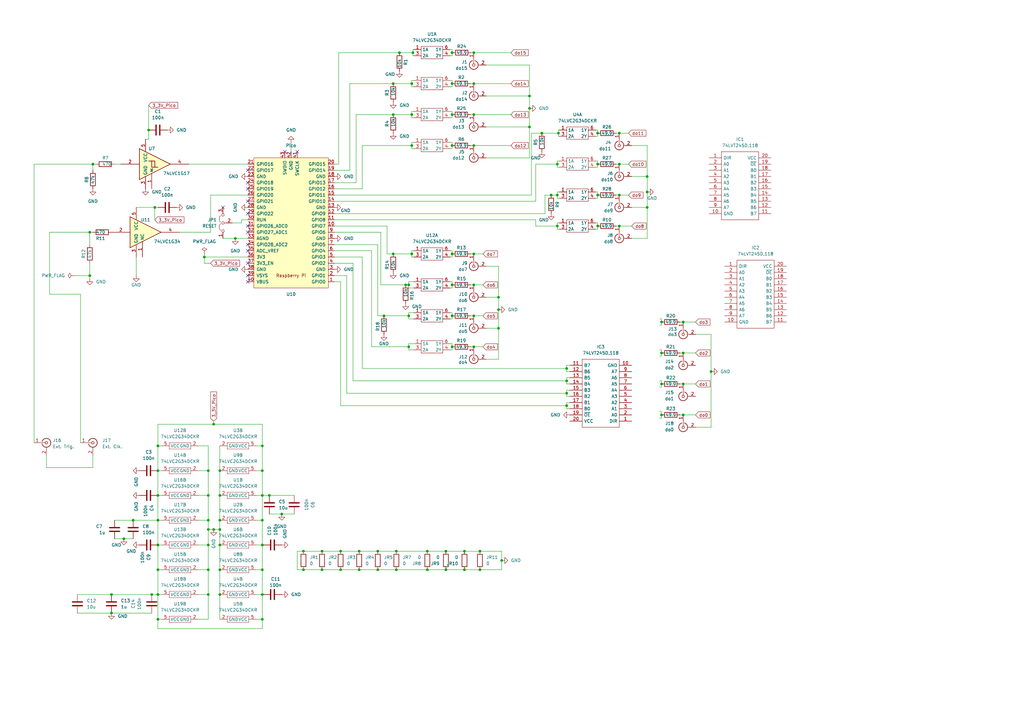
<source format=kicad_sch>
(kicad_sch (version 20230121) (generator eeschema)
  (paper "A3")
  (title_block (title "Prawn DO Breakout") (date "2024-01-19") (rev "01") (company "US Army Research Laboratory") (comment 1 "Email: david.h.meyer3.civ@army.mil") (comment 2 "Original Design By: David Meyer"))
  (junction (at 83.82 105.41))
  (junction (at 124.46 226.06))
  (junction (at 245.11 67.31))
  (junction (at 217.17 39.37))
  (junction (at 115.57 210.82))
  (junction (at 226.06 80.01))
  (junction (at 63.5 85.09))
  (junction (at 194.31 21.59))
  (junction (at 190.5 233.68))
  (junction (at 161.29 46.99))
  (junction (at 196.85 226.06))
  (junction (at 90.17 193.04))
  (junction (at 168.91 46.99))
  (junction (at 254 54.61))
  (junction (at 232.41 156.21))
  (junction (at 196.85 233.68))
  (junction (at 265.43 85.09))
  (junction (at 194.31 116.84))
  (junction (at 96.52 97.79))
  (junction (at 222.25 54.61))
  (junction (at 154.94 226.06))
  (junction (at 169.37 21.59))
  (junction (at 168.91 104.14))
  (junction (at 161.29 104.14))
  (junction (at 167.64 129.54))
  (junction (at 271.32 132.08))
  (junction (at 271.32 170.18))
  (junction (at 194.31 142.24))
  (junction (at 107.6 213.36))
  (junction (at 291.64 152.4))
  (junction (at 85.44 243.84))
  (junction (at 45.72 243.84))
  (junction (at 245.11 92.71))
  (junction (at 38.1 67.31))
  (junction (at 185.42 116.84))
  (junction (at 64.77 203.2))
  (junction (at 185.42 142.24))
  (junction (at 280.21 132.08))
  (junction (at 107.6 223.52))
  (junction (at 85.44 193.04))
  (junction (at 185.42 21.59))
  (junction (at 185.42 46.99))
  (junction (at 107.6 243.84))
  (junction (at 107.6 254))
  (junction (at 205.74 229.87))
  (junction (at 124.46 233.68))
  (junction (at 110.49 203.2))
  (junction (at 217.17 44.45))
  (junction (at 154.94 233.68))
  (junction (at 90.17 217.17))
  (junction (at 245.11 54.61))
  (junction (at 232.41 161.29))
  (junction (at 271.32 157.48))
  (junction (at 166.37 116.84))
  (junction (at 85.44 233.68))
  (junction (at 64.77 233.68))
  (junction (at 245.11 80.01))
  (junction (at 85.44 223.52))
  (junction (at 50.8 220.98))
  (junction (at 147.32 226.06))
  (junction (at 254 80.01))
  (junction (at 228.6 92.71))
  (junction (at 185.42 104.14))
  (junction (at 254 92.71))
  (junction (at 217.17 52.07))
  (junction (at 228.6 80.01))
  (junction (at 185.42 34.29))
  (junction (at 161.29 34.29))
  (junction (at 107.6 203.2))
  (junction (at 90.17 203.2))
  (junction (at 194.31 59.69))
  (junction (at 228.6 67.31))
  (junction (at 139.7 233.68))
  (junction (at 254 67.31))
  (junction (at 194.31 46.99))
  (junction (at 204.47 134.62))
  (junction (at 132.08 226.06))
  (junction (at 204.47 121.92))
  (junction (at 54.61 213.36))
  (junction (at 232.41 166.37))
  (junction (at 280.21 157.48))
  (junction (at 64.77 223.52))
  (junction (at 265.43 78.74))
  (junction (at 85.44 217.17))
  (junction (at 163.83 21.59))
  (junction (at 162.56 233.68))
  (junction (at 167.64 142.24))
  (junction (at 36.83 95.25))
  (junction (at 280.21 144.78))
  (junction (at 167.64 116.84))
  (junction (at 232.41 151.13))
  (junction (at 87.63 217.17))
  (junction (at 87.63 173.99))
  (junction (at 64.77 193.04))
  (junction (at 204.47 127))
  (junction (at 147.32 233.68))
  (junction (at 36.83 113.03))
  (junction (at 175.26 233.68))
  (junction (at 107.6 182.88))
  (junction (at 90.17 213.36))
  (junction (at 157.48 129.54))
  (junction (at 265.43 72.39))
  (junction (at 45.72 251.46))
  (junction (at 194.31 34.29))
  (junction (at 60.96 53.34))
  (junction (at 182.88 226.06))
  (junction (at 139.7 226.06))
  (junction (at 182.88 233.68))
  (junction (at 90.17 243.84))
  (junction (at 64.77 254))
  (junction (at 64.77 243.84))
  (junction (at 194.31 129.54))
  (junction (at 132.08 233.68))
  (junction (at 107.6 193.04))
  (junction (at 175.26 226.06))
  (junction (at 62.23 243.84))
  (junction (at 64.77 182.88))
  (junction (at 107.6 233.68))
  (junction (at 90.17 233.68))
  (junction (at 185.42 129.54))
  (junction (at 194.31 104.14))
  (junction (at 90.17 223.52))
  (junction (at 168.91 59.69))
  (junction (at 168.91 34.29))
  (junction (at 280.21 170.18))
  (junction (at 190.5 226.06))
  (junction (at 85.44 213.36))
  (junction (at 85.44 203.2))
  (junction (at 271.32 144.78))
  (junction (at 64.77 213.36))
  (junction (at 229.06 54.61))
  (junction (at 162.56 226.06))
  (junction (at 185.42 59.69))
  (no_connect (at 101.6 77.47))
  (no_connect (at 116.84 62.23))
  (no_connect (at 101.6 113.03))
  (no_connect (at 101.6 82.55))
  (no_connect (at 101.6 100.33))
  (no_connect (at 101.6 69.85))
  (no_connect (at 101.6 87.63))
  (no_connect (at 101.6 74.93))
  (no_connect (at 101.6 107.95))
  (no_connect (at 121.92 62.23))
  (no_connect (at 101.6 102.87))
  (no_connect (at 101.6 92.71))
  (no_connect (at 101.6 95.25))
  (no_connect (at 91.44 85.09))
  (no_connect (at 101.6 115.57))
  (wire (pts (xy 254 80.01) (xy 257.81 80.01)))
  (wire (pts (xy 232.41 161.29) (xy 232.41 160.02)))
  (wire (pts (xy 85.44 193.04) (xy 85.44 203.2)))
  (wire (pts (xy 194.31 129.54) (xy 198.12 129.54)))
  (wire (pts (xy 64.77 193.04) (xy 64.77 203.2)))
  (wire (pts (xy 193.04 46.99) (xy 194.31 46.99)))
  (wire (pts (xy 232.41 151.13) (xy 232.41 152.4)))
  (wire (pts (xy 184.61 115.57) (xy 185.42 115.57)))
  (wire (pts (xy 85.44 182.88) (xy 85.44 193.04)))
  (wire (pts (xy 280.21 132.08) (xy 285.29 132.08)))
  (wire (pts (xy 229.41 91.44) (xy 228.6 91.44)))
  (wire (pts (xy 271.32 143.51) (xy 271.32 144.78)))
  (wire (pts (xy 232.41 167.64) (xy 233.68 167.64)))
  (wire (pts (xy 244.3 78.74) (xy 245.11 78.74)))
  (wire (pts (xy 154.94 226.06) (xy 162.56 226.06)))
  (wire (pts (xy 226.06 80.01) (xy 228.6 80.01)))
  (wire (pts (xy 154.94 233.68) (xy 162.56 233.68)))
  (wire (pts (xy 232.41 156.21) (xy 232.41 154.94)))
  (wire (pts (xy 110.49 203.2) (xy 120.65 203.2)))
  (wire (pts (xy 99.06 91.44) (xy 99.06 90.17)))
  (wire (pts (xy 167.64 140.97) (xy 169.72 140.97)))
  (wire (pts (xy 168.91 59.69) (xy 168.91 58.42)))
  (wire (pts (xy 64.77 223.52) (xy 64.77 233.68)))
  (wire (pts (xy 154.94 233.68) (xy 147.32 233.68)))
  (wire (pts (xy 184.61 20.32) (xy 185.42 20.32)))
  (wire (pts (xy 107.6 243.84) (xy 107.95 243.84)))
  (wire (pts (xy 137.16 113.03) (xy 142.24 113.03)))
  (wire (pts (xy 217.98 54.61) (xy 222.25 54.61)))
  (wire (pts (xy 64.77 233.68) (xy 64.77 243.84)))
  (wire (pts (xy 233.68 162.56) (xy 232.41 162.56)))
  (wire (pts (xy 205.74 229.87) (xy 205.74 233.68)))
  (wire (pts (xy 270.51 168.91) (xy 271.32 168.91)))
  (wire (pts (xy 259.08 72.39) (xy 265.43 72.39)))
  (wire (pts (xy 271.32 170.18) (xy 271.32 171.45)))
  (wire (pts (xy 280.21 144.78) (xy 285.29 144.78)))
  (wire (pts (xy 85.44 213.36) (xy 85.44 217.17)))
  (wire (pts (xy 245.11 54.61) (xy 245.11 55.88)))
  (wire (pts (xy 244.3 66.04) (xy 245.11 66.04)))
  (wire (pts (xy 45.72 243.84) (xy 62.23 243.84)))
  (wire (pts (xy 278.94 157.48) (xy 280.21 157.48)))
  (wire (pts (xy 271.32 156.21) (xy 271.32 157.48)))
  (wire (pts (xy 138.89 21.59) (xy 163.83 21.59)))
  (wire (pts (xy 222.25 54.61) (xy 229.06 54.61)))
  (wire (pts (xy 142.24 113.03) (xy 142.24 161.29)))
  (wire (pts (xy 124.46 233.68) (xy 121.92 233.68)))
  (wire (pts (xy 20.32 120.65) (xy 20.32 95.25)))
  (wire (pts (xy 184.61 105.41) (xy 185.42 105.41)))
  (wire (pts (xy 270.51 130.81) (xy 271.32 130.81)))
  (wire (pts (xy 81.28 193.04) (xy 85.44 193.04)))
  (wire (pts (xy 229.06 55.88) (xy 229.41 55.88)))
  (wire (pts (xy 64.77 203.2) (xy 64.77 213.36)))
  (wire (pts (xy 190.5 226.06) (xy 196.85 226.06)))
  (wire (pts (xy 143.51 34.29) (xy 143.51 69.85)))
  (wire (pts (xy 168.91 59.69) (xy 168.91 60.96)))
  (wire (pts (xy 86.36 95.25) (xy 86.36 80.01)))
  (wire (pts (xy 20.32 95.25) (xy 36.83 95.25)))
  (wire (pts (xy 194.31 142.24) (xy 198.12 142.24)))
  (wire (pts (xy 185.42 33.02) (xy 185.42 34.29)))
  (wire (pts (xy 229.06 53.34) (xy 229.41 53.34)))
  (wire (pts (xy 199.39 134.62) (xy 204.47 134.62)))
  (wire (pts (xy 46.99 220.98) (xy 50.8 220.98)))
  (wire (pts (xy 232.41 166.37) (xy 232.41 167.64)))
  (wire (pts (xy 219.71 67.31) (xy 228.6 67.31)))
  (wire (pts (xy 278.94 170.18) (xy 280.21 170.18)))
  (wire (pts (xy 252.73 67.31) (xy 254 67.31)))
  (wire (pts (xy 90.17 213.36) (xy 90.17 217.17)))
  (wire (pts (xy 199.39 26.67) (xy 217.17 26.67)))
  (wire (pts (xy 270.51 133.35) (xy 271.32 133.35)))
  (wire (pts (xy 147.32 226.06) (xy 154.94 226.06)))
  (wire (pts (xy 137.16 67.31) (xy 138.89 67.31)))
  (wire (pts (xy 107.6 193.04) (xy 107.6 203.2)))
  (wire (pts (xy 194.31 59.69) (xy 209.55 59.69)))
  (wire (pts (xy 38.1 67.31) (xy 38.1 69.85)))
  (wire (pts (xy 175.26 233.68) (xy 182.88 233.68)))
  (wire (pts (xy 19.05 186.69) (xy 19.05 191.77)))
  (wire (pts (xy 169.72 22.86) (xy 169.37 22.86)))
  (wire (pts (xy 64.77 254) (xy 64.77 257.81)))
  (wire (pts (xy 46.99 213.36) (xy 54.61 213.36)))
  (wire (pts (xy 232.41 160.02) (xy 233.68 160.02)))
  (wire (pts (xy 146.05 46.99) (xy 146.05 74.93)))
  (wire (pts (xy 83.82 105.41) (xy 83.82 107.95)))
  (wire (pts (xy 193.167 21.59) (xy 194.31 21.59)))
  (wire (pts (xy 259.08 85.09) (xy 265.43 85.09)))
  (wire (pts (xy 184.61 33.02) (xy 185.42 33.02)))
  (wire (pts (xy 232.41 152.4) (xy 233.68 152.4)))
  (wire (pts (xy 278.94 132.08) (xy 280.21 132.08)))
  (wire (pts (xy 175.26 226.06) (xy 182.88 226.06)))
  (wire (pts (xy 167.64 118.11) (xy 169.72 118.11)))
  (wire (pts (xy 219.71 90.17) (xy 219.71 92.71)))
  (wire (pts (xy 81.28 182.88) (xy 85.44 182.88)))
  (wire (pts (xy 270.51 158.75) (xy 271.32 158.75)))
  (wire (pts (xy 244.3 81.28) (xy 245.11 81.28)))
  (wire (pts (xy 121.92 233.68) (xy 121.92 226.06)))
  (wire (pts (xy 244.3 93.98) (xy 245.11 93.98)))
  (wire (pts (xy 158.75 104.14) (xy 161.29 104.14)))
  (wire (pts (xy 81.28 223.52) (xy 85.44 223.52)))
  (wire (pts (xy 85.44 203.2) (xy 85.44 213.36)))
  (wire (pts (xy 91.44 97.79) (xy 96.52 97.79)))
  (wire (pts (xy 87.63 217.17) (xy 85.44 217.17)))
  (wire (pts (xy 90.17 203.2) (xy 90.17 213.36)))
  (wire (pts (xy 66.39 243.84) (xy 64.77 243.84)))
  (wire (pts (xy 96.52 97.79) (xy 101.6 97.79)))
  (wire (pts (xy 217.17 52.07) (xy 217.17 64.77)))
  (wire (pts (xy 139.7 115.57) (xy 139.7 166.37)))
  (wire (pts (xy 137.16 69.85) (xy 143.51 69.85)))
  (wire (pts (xy 184.61 22.86) (xy 185.42 22.86)))
  (wire (pts (xy 87.63 173.99) (xy 64.77 173.99)))
  (wire (pts (xy 33.02 120.65) (xy 20.32 120.65)))
  (wire (pts (xy 13.97 181.61) (xy 13.97 67.31)))
  (wire (pts (xy 143.51 34.29) (xy 161.29 34.29)))
  (wire (pts (xy 228.6 80.01) (xy 228.6 78.74)))
  (wire (pts (xy 157.48 129.54) (xy 167.64 129.54)))
  (wire (pts (xy 185.42 34.29) (xy 185.42 35.56)))
  (wire (pts (xy 168.91 46.99) (xy 168.91 45.72)))
  (wire (pts (xy 50.8 220.98) (xy 54.61 220.98)))
  (wire (pts (xy 142.24 161.29) (xy 232.41 161.29)))
  (wire (pts (xy 107.6 203.2) (xy 107.6 213.36)))
  (wire (pts (xy 105.06 182.88) (xy 107.6 182.88)))
  (wire (pts (xy 228.6 81.28) (xy 229.41 81.28)))
  (wire (pts (xy 90.17 217.17) (xy 87.63 217.17)))
  (wire (pts (xy 167.64 129.54) (xy 167.64 130.81)))
  (wire (pts (xy 81.28 213.36) (xy 85.44 213.36)))
  (wire (pts (xy 132.08 226.06) (xy 139.7 226.06)))
  (wire (pts (xy 66.39 182.88) (xy 64.77 182.88)))
  (wire (pts (xy 167.64 143.51) (xy 169.72 143.51)))
  (wire (pts (xy 66.39 254) (xy 64.77 254)))
  (wire (pts (xy 105.06 213.36) (xy 107.6 213.36)))
  (wire (pts (xy 184.61 130.81) (xy 185.42 130.81)))
  (wire (pts (xy 228.6 68.58) (xy 229.41 68.58)))
  (wire (pts (xy 148.59 59.69) (xy 168.91 59.69)))
  (wire (pts (xy 232.41 149.86) (xy 233.68 149.86)))
  (wire (pts (xy 280.21 157.48) (xy 285.29 157.48)))
  (wire (pts (xy 137.16 77.47) (xy 148.59 77.47)))
  (wire (pts (xy 168.91 33.02) (xy 169.72 33.02)))
  (wire (pts (xy 137.16 82.55) (xy 219.71 82.55)))
  (wire (pts (xy 66.39 203.2) (xy 64.77 203.2)))
  (wire (pts (xy 105.06 233.68) (xy 107.6 233.68)))
  (wire (pts (xy 107.6 203.2) (xy 110.49 203.2)))
  (wire (pts (xy 139.7 226.06) (xy 147.32 226.06)))
  (wire (pts (xy 196.85 226.06) (xy 205.74 226.06)))
  (wire (pts (xy 168.91 102.87) (xy 168.91 104.14)))
  (wire (pts (xy 280.21 170.18) (xy 285.29 170.18)))
  (wire (pts (xy 59.69 57.15) (xy 60.96 57.15)))
  (wire (pts (xy 271.32 157.48) (xy 271.32 158.75)))
  (wire (pts (xy 36.83 95.25) (xy 36.83 100.33)))
  (wire (pts (xy 219.71 67.31) (xy 219.71 82.55)))
  (wire (pts (xy 169.72 48.26) (xy 168.91 48.26)))
  (wire (pts (xy 83.82 107.95) (xy 86.36 107.95)))
  (wire (pts (xy 185.42 45.72) (xy 185.42 46.99)))
  (wire (pts (xy 168.91 46.99) (xy 168.91 48.26)))
  (wire (pts (xy 229.06 54.61) (xy 229.06 53.34)))
  (wire (pts (xy 194.31 34.29) (xy 209.55 34.29)))
  (wire (pts (xy 223.52 80.01) (xy 223.52 87.63)))
  (wire (pts (xy 90.17 243.84) (xy 90.17 254)))
  (wire (pts (xy 184.61 143.51) (xy 185.42 143.51)))
  (wire (pts (xy 107.6 223.52) (xy 107.95 223.52)))
  (wire (pts (xy 254 67.31) (xy 257.81 67.31)))
  (wire (pts (xy 55.88 105.41) (xy 55.88 113.03)))
  (wire (pts (xy 184.61 60.96) (xy 185.42 60.96)))
  (wire (pts (xy 271.32 132.08) (xy 271.32 133.35)))
  (wire (pts (xy 167.64 128.27) (xy 169.72 128.27)))
  (wire (pts (xy 161.29 34.29) (xy 168.91 34.29)))
  (wire (pts (xy 107.6 213.36) (xy 107.6 223.52)))
  (wire (pts (xy 196.85 233.68) (xy 205.74 233.68)))
  (wire (pts (xy 193.04 59.69) (xy 194.31 59.69)))
  (wire (pts (xy 245.11 78.74) (xy 245.11 80.01)))
  (wire (pts (xy 184.61 35.56) (xy 185.42 35.56)))
  (wire (pts (xy 64.77 182.88) (xy 64.77 193.04)))
  (wire (pts (xy 121.92 226.06) (xy 124.46 226.06)))
  (wire (pts (xy 95.25 91.44) (xy 99.06 91.44)))
  (wire (pts (xy 254 92.71) (xy 252.73 92.71)))
  (wire (pts (xy 185.42 128.27) (xy 185.42 129.54)))
  (wire (pts (xy 254 92.71) (xy 259.08 92.71)))
  (wire (pts (xy 185.42 116.84) (xy 185.42 118.11)))
  (wire (pts (xy 270.51 171.45) (xy 271.32 171.45)))
  (wire (pts (xy 185.42 59.69) (xy 185.42 60.96)))
  (wire (pts (xy 105.06 193.04) (xy 107.6 193.04)))
  (wire (pts (xy 232.41 165.1) (xy 232.41 166.37)))
  (wire (pts (xy 244.3 53.34) (xy 245.11 53.34)))
  (wire (pts (xy 252.73 80.01) (xy 254 80.01)))
  (wire (pts (xy 184.61 118.11) (xy 185.42 118.11)))
  (wire (pts (xy 228.6 91.44) (xy 228.6 92.71)))
  (wire (pts (xy 166.37 116.84) (xy 167.64 116.84)))
  (wire (pts (xy 254 54.61) (xy 257.81 54.61)))
  (wire (pts (xy 137.16 95.25) (xy 156.21 95.25)))
  (wire (pts (xy 85.44 243.84) (xy 85.44 254)))
  (wire (pts (xy 185.42 21.59) (xy 185.42 22.86)))
  (wire (pts (xy 132.08 233.68) (xy 124.46 233.68)))
  (wire (pts (xy 185.42 115.57) (xy 185.42 116.84)))
  (wire (pts (xy 107.6 223.52) (xy 107.6 233.68)))
  (wire (pts (xy 148.59 151.13) (xy 232.41 151.13)))
  (wire (pts (xy 190.5 233.68) (xy 196.85 233.68)))
  (wire (pts (xy 45.72 251.46) (xy 62.23 251.46)))
  (wire (pts (xy 193.04 116.84) (xy 194.31 116.84)))
  (wire (pts (xy 107.6 243.84) (xy 107.6 254)))
  (wire (pts (xy 244.3 55.88) (xy 245.11 55.88)))
  (wire (pts (xy 182.88 226.06) (xy 190.5 226.06)))
  (wire (pts (xy 184.61 128.27) (xy 185.42 128.27)))
  (wire (pts (xy 228.6 80.01) (xy 228.6 81.28)))
  (wire (pts (xy 105.06 223.52) (xy 107.6 223.52)))
  (wire (pts (xy 90.17 217.17) (xy 90.17 223.52)))
  (wire (pts (xy 193.04 34.29) (xy 194.31 34.29)))
  (wire (pts (xy 99.06 90.17) (xy 101.6 90.17)))
  (wire (pts (xy 137.16 92.71) (xy 158.75 92.71)))
  (wire (pts (xy 144.78 107.95) (xy 144.78 156.21)))
  (wire (pts (xy 228.6 66.04) (xy 229.41 66.04)))
  (wire (pts (xy 184.61 48.26) (xy 185.42 48.26)))
  (wire (pts (xy 85.44 217.17) (xy 85.44 223.52)))
  (wire (pts (xy 137.16 74.93) (xy 146.05 74.93)))
  (wire (pts (xy 252.73 54.61) (xy 254 54.61)))
  (wire (pts (xy 83.82 104.14) (xy 83.82 105.41)))
  (wire (pts (xy 105.06 243.84) (xy 107.6 243.84)))
  (wire (pts (xy 194.31 104.14) (xy 198.12 104.14)))
  (wire (pts (xy 204.47 147.32) (xy 199.39 147.32)))
  (wire (pts (xy 31.75 243.84) (xy 45.72 243.84)))
  (wire (pts (xy 31.75 251.46) (xy 45.72 251.46)))
  (wire (pts (xy 63.5 85.09) (xy 63.5 90.17)))
  (wire (pts (xy 167.64 140.97) (xy 167.64 142.24)))
  (wire (pts (xy 36.83 107.95) (xy 36.83 113.03)))
  (wire (pts (xy 185.42 142.24) (xy 185.42 140.97)))
  (wire (pts (xy 199.39 109.22) (xy 204.47 109.22)))
  (wire (pts (xy 217.17 39.37) (xy 217.17 44.45)))
  (wire (pts (xy 204.47 121.92) (xy 204.47 127)))
  (wire (pts (xy 55.88 85.09) (xy 63.5 85.09)))
  (wire (pts (xy 161.29 104.14) (xy 168.91 104.14)))
  (wire (pts (xy 185.42 104.14) (xy 185.42 105.41)))
  (wire (pts (xy 185.42 143.51) (xy 185.42 142.24)))
  (wire (pts (xy 278.94 144.78) (xy 280.21 144.78)))
  (wire (pts (xy 163.83 21.59) (xy 169.37 21.59)))
  (wire (pts (xy 144.78 156.21) (xy 232.41 156.21)))
  (wire (pts (xy 46.99 67.31) (xy 49.53 67.31)))
  (wire (pts (xy 63.5 85.09) (xy 64.77 85.09)))
  (wire (pts (xy 217.98 54.61) (xy 217.98 80.01)))
  (wire (pts (xy 148.59 59.69) (xy 148.59 77.47)))
  (wire (pts (xy 62.23 243.84) (xy 64.77 243.84)))
  (wire (pts (xy 184.61 45.72) (xy 185.42 45.72)))
  (wire (pts (xy 137.16 80.01) (xy 217.98 80.01)))
  (wire (pts (xy 137.16 105.41) (xy 148.59 105.41)))
  (wire (pts (xy 185.42 20.32) (xy 185.42 21.59)))
  (wire (pts (xy 168.91 33.02) (xy 168.91 34.29)))
  (wire (pts (xy 185.42 129.54) (xy 185.42 130.81)))
  (wire (pts (xy 245.11 80.01) (xy 245.11 81.28)))
  (wire (pts (xy 66.39 193.04) (xy 64.77 193.04)))
  (wire (pts (xy 193.04 142.24) (xy 194.31 142.24)))
  (wire (pts (xy 204.47 109.22) (xy 204.47 121.92)))
  (wire (pts (xy 185.42 102.87) (xy 185.42 104.14)))
  (wire (pts (xy 259.08 97.79) (xy 265.43 97.79)))
  (wire (pts (xy 13.97 67.31) (xy 38.1 67.31)))
  (wire (pts (xy 152.4 102.87) (xy 152.4 142.24)))
  (wire (pts (xy 265.43 72.39) (xy 265.43 78.74)))
  (wire (pts (xy 38.1 186.69) (xy 38.1 191.77)))
  (wire (pts (xy 232.41 151.13) (xy 232.41 149.86)))
  (wire (pts (xy 245.11 92.71) (xy 245.11 91.44)))
  (wire (pts (xy 30.48 113.03) (xy 36.83 113.03)))
  (wire (pts (xy 77.47 67.31) (xy 101.6 67.31)))
  (wire (pts (xy 110.49 210.82) (xy 115.57 210.82)))
  (wire (pts (xy 146.05 46.99) (xy 161.29 46.99)))
  (wire (pts (xy 64.77 173.99) (xy 64.77 182.88)))
  (wire (pts (xy 139.7 166.37) (xy 232.41 166.37)))
  (wire (pts (xy 38.1 67.31) (xy 39.37 67.31)))
  (wire (pts (xy 83.82 105.41) (xy 101.6 105.41)))
  (wire (pts (xy 270.51 156.21) (xy 271.32 156.21)))
  (wire (pts (xy 139.7 115.57) (xy 137.16 115.57)))
  (wire (pts (xy 66.39 213.36) (xy 64.77 213.36)))
  (wire (pts (xy 271.32 144.78) (xy 271.32 146.05)))
  (wire (pts (xy 154.94 129.54) (xy 157.48 129.54)))
  (wire (pts (xy 194.31 46.99) (xy 209.55 46.99)))
  (wire (pts (xy 168.91 105.41) (xy 169.72 105.41)))
  (wire (pts (xy 229.41 78.74) (xy 228.6 78.74)))
  (wire (pts (xy 124.46 226.06) (xy 132.08 226.06)))
  (wire (pts (xy 193.04 129.54) (xy 194.31 129.54)))
  (wire (pts (xy 270.51 143.51) (xy 271.32 143.51)))
  (wire (pts (xy 137.16 90.17) (xy 219.71 90.17)))
  (wire (pts (xy 194.31 21.59) (xy 209.55 21.59)))
  (wire (pts (xy 137.16 87.63) (xy 223.52 87.63)))
  (wire (pts (xy 168.91 45.72) (xy 169.72 45.72)))
  (wire (pts (xy 232.41 157.48) (xy 233.68 157.48)))
  (wire (pts (xy 205.74 226.06) (xy 205.74 229.87)))
  (wire (pts (xy 168.91 34.29) (xy 168.91 35.56)))
  (wire (pts (xy 185.42 58.42) (xy 185.42 59.69)))
  (wire (pts (xy 194.31 116.84) (xy 198.12 116.84)))
  (wire (pts (xy 199.39 52.07) (xy 217.17 52.07)))
  (wire (pts (xy 81.28 233.68) (xy 85.44 233.68)))
  (wire (pts (xy 60.96 43.18) (xy 60.96 53.34)))
  (wire (pts (xy 137.16 107.95) (xy 144.78 107.95)))
  (wire (pts (xy 167.64 142.24) (xy 167.64 143.51)))
  (wire (pts (xy 204.47 134.62) (xy 204.47 147.32)))
  (wire (pts (xy 60.96 53.34) (xy 60.96 57.15)))
  (wire (pts (xy 199.39 121.92) (xy 204.47 121.92)))
  (wire (pts (xy 245.11 53.34) (xy 245.11 54.61)))
  (wire (pts (xy 185.42 46.99) (xy 185.42 48.26)))
  (wire (pts (xy 270.51 146.05) (xy 271.32 146.05)))
  (wire (pts (xy 169.37 21.59) (xy 169.37 20.32)))
  (wire (pts (xy 156.21 116.84) (xy 166.37 116.84)))
  (wire (pts (xy 168.91 58.42) (xy 169.72 58.42)))
  (wire (pts (xy 73.66 95.25) (xy 86.36 95.25)))
  (wire (pts (xy 245.11 67.31) (xy 245.11 68.58)))
  (wire (pts (xy 115.57 210.82) (xy 120.65 210.82)))
  (wire (pts (xy 161.29 46.99) (xy 168.91 46.99)))
  (wire (pts (xy 90.17 223.52) (xy 90.17 233.68)))
  (wire (pts (xy 169.72 60.96) (xy 168.91 60.96)))
  (wire (pts (xy 271.32 168.91) (xy 271.32 170.18)))
  (wire (pts (xy 271.32 130.81) (xy 271.32 132.08)))
  (wire (pts (xy 291.64 175.26) (xy 285.29 175.26)))
  (wire (pts (xy 217.17 44.45) (xy 217.17 52.07)))
  (wire (pts (xy 228.6 93.98) (xy 229.41 93.98)))
  (wire (pts (xy 119.38 62.23) (xy 119.38 58.42)))
  (wire (pts (xy 232.41 165.1) (xy 233.68 165.1)))
  (wire (pts (xy 33.02 181.61) (xy 33.02 120.65)))
  (wire (pts (xy 86.36 80.01) (xy 101.6 80.01)))
  (wire (pts (xy 66.39 223.52) (xy 64.77 223.52)))
  (wire (pts (xy 107.6 173.99) (xy 107.6 182.88)))
  (wire (pts (xy 244.3 91.44) (xy 245.11 91.44)))
  (wire (pts (xy 223.52 80.01) (xy 226.06 80.01)))
  (wire (pts (xy 81.28 254) (xy 85.44 254)))
  (wire (pts (xy 182.88 233.68) (xy 190.5 233.68)))
  (wire (pts (xy 184.61 140.97) (xy 185.42 140.97)))
  (wire (pts (xy 232.41 154.94) (xy 233.68 154.94)))
  (wire (pts (xy 291.64 137.16) (xy 291.64 152.4)))
  (wire (pts (xy 259.08 59.69) (xy 265.43 59.69)))
  (wire (pts (xy 147.32 233.68) (xy 139.7 233.68)))
  (wire (pts (xy 158.75 92.71) (xy 158.75 104.14)))
  (wire (pts (xy 81.28 203.2) (xy 85.44 203.2)))
  (wire (pts (xy 107.6 173.99) (xy 87.63 173.99)))
  (wire (pts (xy 167.64 129.54) (xy 167.64 128.27)))
  (wire (pts (xy 168.91 104.14) (xy 168.91 105.41)))
  (wire (pts (xy 152.4 142.24) (xy 167.64 142.24)))
  (wire (pts (xy 285.29 137.16) (xy 291.64 137.16)))
  (wire (pts (xy 184.61 102.87) (xy 185.42 102.87)))
  (wire (pts (xy 265.43 85.09) (xy 265.43 97.79)))
  (wire (pts (xy 217.17 26.67) (xy 217.17 39.37)))
  (wire (pts (xy 85.44 223.52) (xy 85.44 233.68)))
  (wire (pts (xy 229.06 55.88) (xy 229.06 54.61)))
  (wire (pts (xy 107.6 254) (xy 107.6 257.81)))
  (wire (pts (xy 265.43 78.74) (xy 265.43 85.09)))
  (wire (pts (xy 107.6 233.68) (xy 107.6 243.84)))
  (wire (pts (xy 87.63 172.72) (xy 87.63 173.99)))
  (wire (pts (xy 64.77 257.81) (xy 107.6 257.81)))
  (wire (pts (xy 162.56 226.06) (xy 175.26 226.06)))
  (wire (pts (xy 169.72 102.87) (xy 168.91 102.87)))
  (wire (pts (xy 54.61 213.36) (xy 64.77 213.36)))
  (wire (pts (xy 199.39 64.77) (xy 217.17 64.77)))
  (wire (pts (xy 204.47 127) (xy 204.47 134.62)))
  (wire (pts (xy 167.64 115.57) (xy 167.64 116.84)))
  (wire (pts (xy 245.11 66.04) (xy 245.11 67.31)))
  (wire (pts (xy 105.06 254) (xy 107.6 254)))
  (wire (pts (xy 193.04 104.14) (xy 194.31 104.14)))
  (wire (pts (xy 167.64 115.57) (xy 169.72 115.57)))
  (wire (pts (xy 265.43 59.69) (xy 265.43 72.39)))
  (wire (pts (xy 64.77 213.36) (xy 64.77 223.52)))
  (wire (pts (xy 167.64 116.84) (xy 167.64 118.11)))
  (wire (pts (xy 81.28 243.84) (xy 85.44 243.84)))
  (wire (pts (xy 105.06 203.2) (xy 107.6 203.2)))
  (wire (pts (xy 154.94 100.33) (xy 154.94 129.54)))
  (wire (pts (xy 245.11 93.98) (xy 245.11 92.71)))
  (wire (pts (xy 36.83 113.03) (xy 36.83 114.3)))
  (wire (pts (xy 168.91 35.56) (xy 169.72 35.56)))
  (wire (pts (xy 199.39 39.37) (xy 217.17 39.37)))
  (wire (pts (xy 228.6 92.71) (xy 228.6 93.98)))
  (wire (pts (xy 138.89 21.59) (xy 138.89 67.31)))
  (wire (pts (xy 66.39 233.68) (xy 64.77 233.68)))
  (wire (pts (xy 232.41 162.56) (xy 232.41 161.29)))
  (wire (pts (xy 244.3 68.58) (xy 245.11 68.58)))
  (wire (pts (xy 169.37 20.32) (xy 169.72 20.32)))
  (wire (pts (xy 185.42 21.59) (xy 185.547 21.59)))
  (wire (pts (xy 167.64 130.81) (xy 169.72 130.81)))
  (wire (pts (xy 85.44 233.68) (xy 85.44 243.84)))
  (wire (pts (xy 90.17 233.68) (xy 90.17 243.84)))
  (wire (pts (xy 139.7 233.68) (xy 132.08 233.68)))
  (wire (pts (xy 291.64 152.4) (xy 291.64 175.26)))
  (wire (pts (xy 228.6 67.31) (xy 228.6 68.58)))
  (wire (pts (xy 148.59 105.41) (xy 148.59 151.13)))
  (wire (pts (xy 90.17 182.88) (xy 90.17 193.04)))
  (wire (pts (xy 19.05 191.77) (xy 38.1 191.77)))
  (wire (pts (xy 90.17 193.04) (xy 90.17 203.2)))
  (wire (pts (xy 137.16 102.87) (xy 152.4 102.87)))
  (wire (pts (xy 162.56 233.68) (xy 175.26 233.68)))
  (wire (pts (xy 169.37 21.59) (xy 169.37 22.86)))
  (wire (pts (xy 232.41 157.48) (xy 232.41 156.21)))
  (wire (pts (xy 137.16 100.33) (xy 154.94 100.33)))
  (wire (pts (xy 184.61 58.42) (xy 185.42 58.42)))
  (wire (pts (xy 107.6 182.88) (xy 107.6 193.04)))
  (wire (pts (xy 156.21 95.25) (xy 156.21 116.84)))
  (wire (pts (xy 64.77 243.84) (xy 64.77 254)))
  (wire (pts (xy 228.6 67.31) (xy 228.6 66.04)))
  (wire (pts (xy 219.71 92.71) (xy 228.6 92.71)))
  (wire (pts (xy 36.83 95.25) (xy 38.1 95.25)))
  (global_label "do13" (shape input) (at 209.55 46.99 0) (property "Intersheetrefs" "${INTERSHEET_REFS}" (effects hide)))
  (global_label "3_3V_Pico" (shape input) (at 60.96 43.18 0) (property "Intersheetrefs" "${INTERSHEET_REFS}" (effects hide)))
  (global_label "do4" (shape input) (at 198.12 142.24 0) (property "Intersheetrefs" "${INTERSHEET_REFS}" (effects hide)))
  (global_label "do12" (shape input) (at 209.55 59.69 0) (property "Intersheetrefs" "${INTERSHEET_REFS}" (effects hide)))
  (global_label "do15" (shape input) (at 209.55 21.59 0) (property "Intersheetrefs" "${INTERSHEET_REFS}" (effects hide)))
  (global_label "do2" (shape input) (at 285.29 144.78 0) (property "Intersheetrefs" "${INTERSHEET_REFS}" (effects hide)))
  (global_label "do3" (shape input) (at 285.29 132.08 0) (property "Intersheetrefs" "${INTERSHEET_REFS}" (effects hide)))
  (global_label "3_3V_Pico" (shape input) (at 86.36 107.95 0) (property "Intersheetrefs" "${INTERSHEET_REFS}" (effects hide)))
  (global_label "do7" (shape input) (at 198.12 104.14 0) (property "Intersheetrefs" "${INTERSHEET_REFS}" (effects hide)))
  (global_label "do9" (shape input) (at 257.81 80.01 0) (property "Intersheetrefs" "${INTERSHEET_REFS}" (effects hide)))
  (global_label "do5" (shape input) (at 198.12 129.54 0) (property "Intersheetrefs" "${INTERSHEET_REFS}" (effects hide)))
  (global_label "do0" (shape input) (at 285.29 170.18 0) (property "Intersheetrefs" "${INTERSHEET_REFS}" (effects hide)))
  (global_label "3_3V_Pico" (shape input) (at 87.63 172.72 90) (property "Intersheetrefs" "${INTERSHEET_REFS}" (effects hide)))
  (global_label "do10" (shape input) (at 257.81 67.31 0) (property "Intersheetrefs" "${INTERSHEET_REFS}" (effects hide)))
  (global_label "3_3V_Pico" (shape input) (at 63.5 90.17 0) (property "Intersheetrefs" "${INTERSHEET_REFS}" (effects hide)))
  (global_label "do14" (shape input) (at 209.55 34.29 0) (property "Intersheetrefs" "${INTERSHEET_REFS}" (effects hide)))
  (global_label "do8" (shape input) (at 259.08 92.71 0) (property "Intersheetrefs" "${INTERSHEET_REFS}" (effects hide)))
  (global_label "do1" (shape input) (at 285.29 157.48 0) (property "Intersheetrefs" "${INTERSHEET_REFS}" (effects hide)))
  (global_label "do6" (shape input) (at 198.12 116.84 0) (property "Intersheetrefs" "${INTERSHEET_REFS}" (effects hide)))
  (global_label "do11" (shape input) (at 257.81 54.61 0) (property "Intersheetrefs" "${INTERSHEET_REFS}" (effects hide)))
  (symbol (lib_id "Connector:Conn_Coaxial") (at 38.1 181.61 0) (unit 1)
    (property "Reference" "J17" (at 41.91 180.6332 0) (effects (justify left)))
    (property "Value" "Ext. Clk." (at 41.91 183.1732 0) (effects (justify left)))
    (property "Footprint" "Connector_Coaxial:SMA_Amphenol_132289_EdgeMount" (effects hide))
    (property "Datasheet" " ~" (effects hide))
  )
  (symbol (lib_id "Device:C") (at 54.61 217.17 0) (unit 1)
    (property "Reference" "C8" (at 58.42 215.9 0) (effects (justify left)))
    (property "Value" "100n" (at 58.42 218.44 0) (effects (justify left)))
    (property "Footprint" "Capacitor_SMD:C_0805_2012Metric_Pad1.18x1.45mm_HandSolder" (effects hide))
  )
  (symbol (lib_id "74LVT245D_118:74LVT245D,118") (at 290.83 64.77 0) (unit 1)
    (property "Reference" "IC1" (at 303.53 57.15 0))
    (property "Value" "74LVT245D,118" (at 303.53 59.69 0))
    (property "Footprint" "SOIC127P1032X265-20N" (effects hide))
    (property "Datasheet" "https://assets.nexperia.com/documents/data-sheet/74LVT245.pdf" (effects hide))
    (property "Description" "74LVT245 - 3.3 V octal transceiver with direction pin (3-state)@en-us" (effects hide))
    (property "Height" "2.65" (effects hide))
    (property "Manufacturer_Name" "Nexperia" (effects hide))
    (property "Manufacturer_Part_Number" "74LVT245D,118" (effects hide))
    (property "Arrow Part Number" "74LVT245D,118" (effects hide))
    (property "Arrow Price/Stock" "https://www.arrow.com/en/products/74lvt245d118/nexperia" (effects hide))
  )
  (symbol (lib_id "Device:R") (at 38.1 73.66 180) (unit 1)
    (property "Reference" "R8" (at 35.56 73.66 90))
    (property "Value" "47k" (at 38.1 73.66 90))
    (property "Footprint" "Resistor_SMD:R_1206_3216Metric_Pad1.30x1.75mm_HandSolder" (effects hide))
  )
  (symbol (lib_id "Connector:Conn_Coaxial") (at 280.21 162.56 90) (mirror x) (unit 1)
    (property "Reference" "J15" (at 276.4 160.9725 90) (effects (justify left)))
    (property "Value" "do1" (at 276.4 163.5125 90) (effects (justify left)))
    (property "Footprint" "Connector_Coaxial:SMA_Amphenol_132289_EdgeMount" (effects hide))
    (property "Datasheet" " ~" (effects hide))
  )
  (symbol (lib_id "74LVC2G34DCKR:74LVC2G34DCKR__-Split") (at 177.8 41.91 0) (unit 1)
    (property "Reference" "U3" (effects hide))
    (property "Value" "74LVC2G34DCKR" (effects hide))
    (property "Footprint" "Package_TO_SOT_SMD:SOT-23-6_Handsoldering" (effects hide))
    (property "Datasheet" "https://www.ti.com/lit/ds/symlink/sn74lvc2g34.pdf?HQS=dis-dk-null-digikeymode-dsf-pf-null-wwe&ts=1710505017902&ref_url=https%253A%252F%252Fwww.ti.com%252Fgeneral%252Fdocs%252Fsuppproductinfo.tsp%253FdistId%253D10%2526gotoUrl%253Dhttps%253A%252F%252Fwww.ti.com%252Flit%252Fgpn%252Fsn74lvc2g34" (effects hide))
  )
  (symbol (lib_id "power:GND") (at 96.52 97.79 0) (unit 1)
    (property "Reference" "#PWR037" (effects hide))
    (property "Value" "GND" (at 96.52 102.87 0))
  )
  (symbol (lib_id "Device:R") (at 182.88 229.87 180) (unit 1)
    (property "Reference" "JR9" (at 180.34 231.14 0) (effects (justify left)))
    (property "Value" "0" (at 180.34 228.6 0) (effects (justify left)))
    (property "Footprint" "Resistor_SMD:R_2010_5025Metric_Pad1.40x2.65mm_HandSolder" (effects hide))
  )
  (symbol (lib_id "power:GND") (at 101.6 85.09 270) (unit 1)
    (property "Reference" "#PWR014" (effects hide))
    (property "Value" "GND" (at 96.52 85.09 0))
  )
  (symbol (lib_id "power:GND") (at 57.15 203.2 270) (unit 1)
    (property "Reference" "#PWR028" (effects hide))
    (property "Value" "GND" (at 55.88 205.74 0) (effects (justify left)))
  )
  (symbol (lib_id "Connector:Conn_Coaxial") (at 194.31 39.37 90) (mirror x) (unit 1)
    (property "Reference" "J2" (at 191.77 38.1 90) (effects (justify left)))
    (property "Value" "do14" (at 191.77 40.64 90) (effects (justify left)))
    (property "Footprint" "Connector_Coaxial:SMA_Amphenol_132289_EdgeMount" (effects hide))
    (property "Datasheet" " ~" (effects hide))
  )
  (symbol (lib_id "Device:R") (at 189.23 59.69 90) (unit 1)
    (property "Reference" "R6" (at 189.23 57.15 90))
    (property "Value" "49.9" (at 189.23 59.69 90))
    (property "Footprint" "Resistor_SMD:R_1206_3216Metric_Pad1.30x1.75mm_HandSolder" (effects hide))
  )
  (symbol (lib_id "74LVC2G34DCKR:74LVC2G34DCKR__-Split") (at 73.66 208.28 0) (mirror y) (unit 2)
    (property "Reference" "U17" (at 73.835 207.01 0))
    (property "Value" "74LVC2G34DCKR" (at 73.835 209.55 0))
    (property "Footprint" "Package_TO_SOT_SMD:SOT-23-6_Handsoldering" (effects hide))
    (property "Datasheet" "https://www.ti.com/lit/ds/symlink/sn74lvc2g34.pdf?HQS=dis-dk-null-digikeymode-dsf-pf-null-wwe&ts=1710505017902&ref_url=https%253A%252F%252Fwww.ti.com%252Fgeneral%252Fdocs%252Fsuppproductinfo.tsp%253FdistId%253D10%2526gotoUrl%253Dhttps%253A%252F%252Fwww.ti.com%252Flit%252Fgpn%252Fsn74lvc2g34" (effects hide))
  )
  (symbol (lib_id "power:GND") (at 57.15 193.04 270) (unit 1)
    (property "Reference" "#PWR027" (effects hide))
    (property "Value" "GND" (at 55.88 195.58 0) (effects (justify left)))
  )
  (symbol (lib_id "power:GND") (at 204.47 127 90) (unit 1)
    (property "Reference" "#PWR024" (effects hide))
    (property "Value" "GND" (at 208.28 127 90) (effects (justify right)))
  )
  (symbol (lib_id "Connector:Conn_Coaxial") (at 254 85.09 90) (mirror x) (unit 1)
    (property "Reference" "J7" (at 251.46 83.82 90) (effects (justify left)))
    (property "Value" "do9" (at 251.46 86.36 90) (effects (justify left)))
    (property "Footprint" "Connector_Coaxial:SMA_Amphenol_132289_EdgeMount" (effects hide))
    (property "Datasheet" " ~" (effects hide))
  )
  (symbol (lib_id "Device:R") (at 43.18 67.31 90) (unit 1)
    (property "Reference" "R7" (at 41.91 64.77 90) (effects (justify right)))
    (property "Value" "470" (at 41.91 67.31 90) (effects (justify right)))
    (property "Footprint" "Resistor_SMD:R_1206_3216Metric_Pad1.30x1.75mm_HandSolder" (effects hide))
  )
  (symbol (lib_id "Connector:Conn_Coaxial") (at 194.31 52.07 90) (mirror x) (unit 1)
    (property "Reference" "J3" (at 190.5 49.53 90) (effects (justify left)))
    (property "Value" "do13" (at 190.5 52.07 90) (effects (justify left)))
    (property "Footprint" "Connector_Coaxial:SMA_Amphenol_132289_EdgeMount" (effects hide))
    (property "Datasheet" " ~" (effects hide))
  )
  (symbol (lib_id "74LVC2G34DCKR:74LVC2G34DCKR__-Split") (at 177.8 99.06 0) (unit 1)
    (property "Reference" "U12" (at 177.165 96.52 0))
    (property "Value" "74LVC2G34DCKR" (at 177.165 99.06 0))
    (property "Footprint" "Package_TO_SOT_SMD:SOT-23-6_Handsoldering" (effects hide))
    (property "Datasheet" "https://www.ti.com/lit/ds/symlink/sn74lvc2g34.pdf?HQS=dis-dk-null-digikeymode-dsf-pf-null-wwe&ts=1710505017902&ref_url=https%253A%252F%252Fwww.ti.com%252Fgeneral%252Fdocs%252Fsuppproductinfo.tsp%253FdistId%253D10%2526gotoUrl%253Dhttps%253A%252F%252Fwww.ti.com%252Flit%252Fgpn%252Fsn74lvc2g34" (effects hide))
  )
  (symbol (lib_id "74LVC2G34DCKR:74LVC2G34DCKR__-Split") (at 73.66 248.92 0) (mirror y) (unit 2)
    (property "Reference" "U19" (at 73.835 247.65 0))
    (property "Value" "74LVC2G34DCKR" (at 73.835 250.19 0))
    (property "Footprint" "Package_TO_SOT_SMD:SOT-23-6_Handsoldering" (effects hide))
    (property "Datasheet" "https://www.ti.com/lit/ds/symlink/sn74lvc2g34.pdf?HQS=dis-dk-null-digikeymode-dsf-pf-null-wwe&ts=1710505017902&ref_url=https%253A%252F%252Fwww.ti.com%252Fgeneral%252Fdocs%252Fsuppproductinfo.tsp%253FdistId%253D10%2526gotoUrl%253Dhttps%253A%252F%252Fwww.ti.com%252Flit%252Fgpn%252Fsn74lvc2g34" (effects hide))
  )
  (symbol (lib_id "74LVC2G34DCKR:74LVC2G34DCKR__-Split") (at 177.8 16.51 0) (unit 1)
    (property "Reference" "U1" (at 177.165 13.97 0))
    (property "Value" "74LVC2G34DCKR" (at 177.165 16.51 0))
    (property "Footprint" "Package_TO_SOT_SMD:SOT-23-6_Handsoldering" (effects hide))
    (property "Datasheet" "https://www.ti.com/lit/ds/symlink/sn74lvc2g34.pdf?HQS=dis-dk-null-digikeymode-dsf-pf-null-wwe&ts=1710505017902&ref_url=https%253A%252F%252Fwww.ti.com%252Fgeneral%252Fdocs%252Fsuppproductinfo.tsp%253FdistId%253D10%2526gotoUrl%253Dhttps%253A%252F%252Fwww.ti.com%252Flit%252Fgpn%252Fsn74lvc2g34" (effects hide))
  )
  (symbol (lib_id "74LVT245D_118:74LVT245D,118") (at 259.08 172.72 180) (unit 1)
    (property "Reference" "IC3" (at 246.38 142.24 0))
    (property "Value" "74LVT245D,118" (at 246.38 144.78 0))
    (property "Footprint" "SOIC127P1032X265-20N" (effects hide))
    (property "Datasheet" "https://assets.nexperia.com/documents/data-sheet/74LVT245.pdf" (effects hide))
    (property "Description" "74LVT245 - 3.3 V octal transceiver with direction pin (3-state)@en-us" (effects hide))
    (property "Height" "2.65" (effects hide))
    (property "Manufacturer_Name" "Nexperia" (effects hide))
    (property "Manufacturer_Part_Number" "74LVT245D,118" (effects hide))
    (property "Arrow Part Number" "74LVT245D,118" (effects hide))
    (property "Arrow Price/Stock" "https://www.arrow.com/en/products/74lvt245d118/nexperia" (effects hide))
  )
  (symbol (lib_id "74LVC2G34DCKR:74LVC2G34DCKR__-Split") (at 237.49 87.63 0) (unit 1)
    (property "Reference" "U9" (effects hide))
    (property "Value" "74LVC2G34DCKR" (effects hide))
    (property "Footprint" "Package_TO_SOT_SMD:SOT-23-6_Handsoldering" (effects hide))
    (property "Datasheet" "https://www.ti.com/lit/ds/symlink/sn74lvc2g34.pdf?HQS=dis-dk-null-digikeymode-dsf-pf-null-wwe&ts=1710505017902&ref_url=https%253A%252F%252Fwww.ti.com%252Fgeneral%252Fdocs%252Fsuppproductinfo.tsp%253FdistId%253D10%2526gotoUrl%253Dhttps%253A%252F%252Fwww.ti.com%252Flit%252Fgpn%252Fsn74lvc2g34" (effects hide))
  )
  (symbol (lib_id "power:GND") (at 137.16 97.79 90) (unit 1)
    (property "Reference" "#PWR017" (effects hide))
    (property "Value" "GND" (at 140.97 97.79 90) (effects (justify right)))
  )
  (symbol (lib_id "Device:R") (at 132.08 229.87 0) (unit 1)
    (property "Reference" "JR2" (at 134.62 228.6 0) (effects (justify left)))
    (property "Value" "0" (at 134.62 231.14 0) (effects (justify left)))
    (property "Footprint" "Resistor_SMD:R_2010_5025Metric_Pad1.40x2.65mm_HandSolder" (effects hide))
  )
  (symbol (lib_id "Device:R") (at 189.23 142.24 90) (unit 1)
    (property "Reference" "R19" (at 189.23 139.7 90))
    (property "Value" "49.9" (at 189.23 142.24 90))
    (property "Footprint" "Resistor_SMD:R_1206_3216Metric_Pad1.30x1.75mm_HandSolder" (effects hide))
  )
  (symbol (lib_id "Device:R") (at 248.92 92.71 90) (unit 1)
    (property "Reference" "R10" (at 248.92 90.17 90))
    (property "Value" "49.9" (at 248.92 92.71 90))
    (property "Footprint" "Resistor_SMD:R_1206_3216Metric_Pad1.30x1.75mm_HandSolder" (effects hide))
  )
  (symbol (lib_id "power:PWR_FLAG") (at 83.82 104.14 0) (unit 1)
    (property "Reference" "#FLG01" (effects hide))
    (property "Value" "PWR_FLAG" (at 83.82 99.06 0))
  )
  (symbol (lib_id "Device:R") (at 157.48 133.35 0) (unit 1)
    (property "Reference" "R18" (at 154.94 135.89 90) (effects (justify left)))
    (property "Value" "10k" (at 157.48 134.62 90) (effects (justify left)))
    (property "Footprint" "Resistor_SMD:R_0805_2012Metric_Pad1.20x1.40mm_HandSolder" (effects hide))
  )
  (symbol (lib_id "Device:R") (at 275.13 157.48 90) (unit 1)
    (property "Reference" "R22" (at 275.13 154.94 90))
    (property "Value" "49.9" (at 275.13 157.48 90))
    (property "Footprint" "Resistor_SMD:R_1206_3216Metric_Pad1.30x1.75mm_HandSolder" (effects hide))
  )
  (symbol (lib_id "power:GND") (at 222.25 62.23 0) (unit 1)
    (property "Reference" "#PWR07" (effects hide))
    (property "Value" "GND" (at 219.71 64.77 0))
  )
  (symbol (lib_id "power:GND") (at 233.68 170.18 270) (unit 1)
    (property "Reference" "#PWR038" (effects hide))
    (property "Value" "GND" (at 229.87 170.18 90) (effects (justify right)))
  )
  (symbol (lib_id "power:PWR_FLAG") (at 30.48 113.03 90) (unit 1)
    (property "Reference" "#FLG02" (effects hide))
    (property "Value" "PWR_FLAG" (at 26.67 113.03 90) (effects (justify left)))
  )
  (symbol (lib_id "Device:C") (at 111.76 243.84 90) (unit 1)
    (property "Reference" "C11" (at 113.03 237.49 90))
    (property "Value" "100n" (at 113.03 240.03 90))
    (property "Footprint" "Capacitor_SMD:C_0805_2012Metric_Pad1.18x1.45mm_HandSolder" (effects hide))
  )
  (symbol (lib_id "74LVC2G34DCKR:74LVC2G34DCKR__-Split") (at 237.49 74.93 0) (unit 1)
    (property "Reference" "U8" (effects hide))
    (property "Value" "74LVC2G34DCKR" (effects hide))
    (property "Footprint" "Package_TO_SOT_SMD:SOT-23-6_Handsoldering" (effects hide))
    (property "Datasheet" "https://www.ti.com/lit/ds/symlink/sn74lvc2g34.pdf?HQS=dis-dk-null-digikeymode-dsf-pf-null-wwe&ts=1710505017902&ref_url=https%253A%252F%252Fwww.ti.com%252Fgeneral%252Fdocs%252Fsuppproductinfo.tsp%253FdistId%253D10%2526gotoUrl%253Dhttps%253A%252F%252Fwww.ti.com%252Flit%252Fgpn%252Fsn74lvc2g34" (effects hide))
  )
  (symbol (lib_id "power:GND") (at 87.63 217.17 0) (unit 1)
    (property "Reference" "#PWR030" (effects hide))
    (property "Value" "GND" (at 87.63 220.98 90) (effects (justify right)))
  )
  (symbol (lib_id "power:GND") (at 101.6 110.49 270) (unit 1)
    (property "Reference" "#PWR018" (effects hide))
    (property "Value" "GND" (at 97.79 110.49 90) (effects (justify right)))
  )
  (symbol (lib_id "power:GND") (at 59.69 77.47 0) (unit 1)
    (property "Reference" "#PWR011" (effects hide))
    (property "Value" "GND" (at 62.23 78.74 0) (effects (justify left)))
  )
  (symbol (lib_id "Device:C") (at 62.23 247.65 180) (unit 1)
    (property "Reference" "C14" (at 54.61 247.65 90))
    (property "Value" "100n" (at 57.15 247.65 90))
    (property "Footprint" "Capacitor_SMD:C_0805_2012Metric_Pad1.18x1.45mm_HandSolder" (effects hide))
  )
  (symbol (lib_id "Device:C") (at 110.49 207.01 0) (unit 1)
    (property "Reference" "C5" (at 114.3 205.74 0) (effects (justify left)))
    (property "Value" "10u" (at 114.3 208.28 0) (effects (justify left)))
    (property "Footprint" "Capacitor_SMD:C_0805_2012Metric_Pad1.18x1.45mm_HandSolder" (effects hide))
  )
  (symbol (lib_id "power:GND") (at 161.29 111.76 0) (unit 1)
    (property "Reference" "#PWR020" (effects hide))
    (property "Value" "GND" (at 163.83 113.03 0) (effects (justify left)))
  )
  (symbol (lib_id "74LVC2G34DCKR:74LVC2G34DCKR__-Split") (at 97.79 228.6 0) (unit 2)
    (property "Reference" "U8" (at 97.615 227.33 0))
    (property "Value" "74LVC2G34DCKR" (at 97.615 229.87 0))
    (property "Footprint" "Package_TO_SOT_SMD:SOT-23-6_Handsoldering" (effects hide))
    (property "Datasheet" "https://www.ti.com/lit/ds/symlink/sn74lvc2g34.pdf?HQS=dis-dk-null-digikeymode-dsf-pf-null-wwe&ts=1710505017902&ref_url=https%253A%252F%252Fwww.ti.com%252Fgeneral%252Fdocs%252Fsuppproductinfo.tsp%253FdistId%253D10%2526gotoUrl%253Dhttps%253A%252F%252Fwww.ti.com%252Flit%252Fgpn%252Fsn74lvc2g34" (effects hide))
  )
  (symbol (lib_id "Device:R") (at 41.91 95.25 270) (unit 1)
    (property "Reference" "R11" (at 43.18 97.79 90) (effects (justify right)))
    (property "Value" "470" (at 43.18 95.25 90) (effects (justify right)))
    (property "Footprint" "Resistor_SMD:R_1206_3216Metric_Pad1.30x1.75mm_HandSolder" (effects hide))
  )
  (symbol (lib_id "Connector:Conn_Coaxial") (at 254 59.69 90) (mirror x) (unit 1)
    (property "Reference" "J4" (at 250.65 58.42 90) (effects (justify left)))
    (property "Value" "do11" (at 250.65 60.96 90) (effects (justify left)))
    (property "Footprint" "Connector_Coaxial:SMA_Amphenol_132289_EdgeMount" (effects hide))
    (property "Datasheet" " ~" (effects hide))
  )
  (symbol (lib_id "Device:C") (at 120.65 207.01 0) (unit 1)
    (property "Reference" "C6" (at 128.27 207.01 90))
    (property "Value" "100n" (at 125.73 207.01 90))
    (property "Footprint" "Capacitor_SMD:C_0805_2012Metric_Pad1.18x1.45mm_HandSolder" (effects hide))
  )
  (symbol (lib_id "Device:R") (at 147.32 229.87 0) (unit 1)
    (property "Reference" "JR4" (at 149.86 228.6 0) (effects (justify left)))
    (property "Value" "0" (at 149.86 231.14 0) (effects (justify left)))
    (property "Footprint" "Resistor_SMD:R_2010_5025Metric_Pad1.40x2.65mm_HandSolder" (effects hide))
  )
  (symbol (lib_id "Device:C") (at 68.58 85.09 270) (unit 1)
    (property "Reference" "C2" (at 68.58 77.47 90))
    (property "Value" "100n" (at 68.58 80.01 90))
    (property "Footprint" "Capacitor_SMD:C_0805_2012Metric_Pad1.18x1.45mm_HandSolder" (effects hide))
  )
  (symbol (lib_id "74LVC2G34DCKR:74LVC2G34DCKR__-Split") (at 73.66 187.96 0) (mirror y) (unit 2)
    (property "Reference" "U14" (at 73.835 186.69 0))
    (property "Value" "74LVC2G34DCKR" (at 73.835 189.23 0))
    (property "Footprint" "Package_TO_SOT_SMD:SOT-23-6_Handsoldering" (effects hide))
    (property "Datasheet" "https://www.ti.com/lit/ds/symlink/sn74lvc2g34.pdf?HQS=dis-dk-null-digikeymode-dsf-pf-null-wwe&ts=1710505017902&ref_url=https%253A%252F%252Fwww.ti.com%252Fgeneral%252Fdocs%252Fsuppproductinfo.tsp%253FdistId%253D10%2526gotoUrl%253Dhttps%253A%252F%252Fwww.ti.com%252Flit%252Fgpn%252Fsn74lvc2g34" (effects hide))
  )
  (symbol (lib_id "power:GND") (at 161.29 41.91 0) (unit 1)
    (property "Reference" "#PWR02" (effects hide))
    (property "Value" "GND" (at 163.83 43.18 0) (effects (justify left)))
  )
  (symbol (lib_id "Device:R") (at 275.13 170.18 90) (unit 1)
    (property "Reference" "R23" (at 275.13 167.64 90))
    (property "Value" "49.9" (at 275.13 170.18 90))
    (property "Footprint" "Resistor_SMD:R_1206_3216Metric_Pad1.30x1.75mm_HandSolder" (effects hide))
  )
  (symbol (lib_id "power:GND") (at 119.38 58.42 180) (unit 1)
    (property "Reference" "#PWR06" (effects hide))
    (property "Value" "GND" (at 119.38 53.34 0))
  )
  (symbol (lib_id "74LVC2G34DCKR:74LVC2G34DCKR__-Split") (at 177.8 54.61 0) (unit 1)
    (property "Reference" "U5" (effects hide))
    (property "Value" "74LVC2G34DCKR" (effects hide))
    (property "Footprint" "Package_TO_SOT_SMD:SOT-23-6_Handsoldering" (effects hide))
    (property "Datasheet" "https://www.ti.com/lit/ds/symlink/sn74lvc2g34.pdf?HQS=dis-dk-null-digikeymode-dsf-pf-null-wwe&ts=1710505017902&ref_url=https%253A%252F%252Fwww.ti.com%252Fgeneral%252Fdocs%252Fsuppproductinfo.tsp%253FdistId%253D10%2526gotoUrl%253Dhttps%253A%252F%252Fwww.ti.com%252Flit%252Fgpn%252Fsn74lvc2g34" (effects hide))
  )
  (symbol (lib_id "Device:R") (at 196.85 229.87 0) (unit 1)
    (property "Reference" "JR11" (at 199.39 228.6 0) (effects (justify left)))
    (property "Value" "0" (at 199.39 231.14 0) (effects (justify left)))
    (property "Footprint" "Resistor_SMD:R_2010_5025Metric_Pad1.40x2.65mm_HandSolder" (effects hide))
  )
  (symbol (lib_id "power:GND") (at 291.64 152.4 90) (unit 1)
    (property "Reference" "#PWR026" (effects hide))
    (property "Value" "GND" (at 295.45 152.4 90) (effects (justify right)))
  )
  (symbol (lib_id "Device:R") (at 189.23 104.14 90) (unit 1)
    (property "Reference" "R13" (at 189.23 101.6 90))
    (property "Value" "49.9" (at 189.23 104.14 90))
    (property "Footprint" "Resistor_SMD:R_1206_3216Metric_Pad1.30x1.75mm_HandSolder" (effects hide))
  )
  (symbol (lib_id "74LVC2G34DCKR:74LVC2G34DCKR__-Split") (at 177.8 29.21 0) (unit 1)
    (property "Reference" "U2" (effects hide))
    (property "Value" "74LVC2G34DCKR" (effects hide))
    (property "Footprint" "Package_TO_SOT_SMD:SOT-23-6_Handsoldering" (effects hide))
    (property "Datasheet" "https://www.ti.com/lit/ds/symlink/sn74lvc2g34.pdf?HQS=dis-dk-null-digikeymode-dsf-pf-null-wwe&ts=1710505017902&ref_url=https%253A%252F%252Fwww.ti.com%252Fgeneral%252Fdocs%252Fsuppproductinfo.tsp%253FdistId%253D10%2526gotoUrl%253Dhttps%253A%252F%252Fwww.ti.com%252Flit%252Fgpn%252Fsn74lvc2g34" (effects hide))
  )
  (symbol (lib_id "74LVC2G34DCKR:74LVC2G34DCKR__-Split") (at 97.79 187.96 0) (unit 2)
    (property "Reference" "U9" (at 97.615 186.69 0))
    (property "Value" "74LVC2G34DCKR" (at 97.615 189.23 0))
    (property "Footprint" "Package_TO_SOT_SMD:SOT-23-6_Handsoldering" (effects hide))
    (property "Datasheet" "https://www.ti.com/lit/ds/symlink/sn74lvc2g34.pdf?HQS=dis-dk-null-digikeymode-dsf-pf-null-wwe&ts=1710505017902&ref_url=https%253A%252F%252Fwww.ti.com%252Fgeneral%252Fdocs%252Fsuppproductinfo.tsp%253FdistId%253D10%2526gotoUrl%253Dhttps%253A%252F%252Fwww.ti.com%252Flit%252Fgpn%252Fsn74lvc2g34" (effects hide))
  )
  (symbol (lib_id "Connector:Conn_Coaxial") (at 194.31 134.62 90) (mirror x) (unit 1)
    (property "Reference" "J11" (at 191.77 133.35 90) (effects (justify left)))
    (property "Value" "do5" (at 191.77 135.89 90) (effects (justify left)))
    (property "Footprint" "Connector_Coaxial:SMA_Amphenol_132289_EdgeMount" (effects hide))
    (property "Datasheet" " ~" (effects hide))
  )
  (symbol (lib_id "74LVT245D_118:74LVT245D,118") (at 297.18 109.22 0) (unit 1)
    (property "Reference" "IC2" (at 309.88 101.6 0))
    (property "Value" "74LVT245D,118" (at 309.88 104.14 0))
    (property "Footprint" "SOIC127P1032X265-20N" (effects hide))
    (property "Datasheet" "https://assets.nexperia.com/documents/data-sheet/74LVT245.pdf" (effects hide))
    (property "Description" "74LVT245 - 3.3 V octal transceiver with direction pin (3-state)@en-us" (effects hide))
    (property "Height" "2.65" (effects hide))
    (property "Manufacturer_Name" "Nexperia" (effects hide))
    (property "Manufacturer_Part_Number" "74LVT245D,118" (effects hide))
    (property "Arrow Part Number" "74LVT245D,118" (effects hide))
    (property "Arrow Price/Stock" "https://www.arrow.com/en/products/74lvt245d118/nexperia" (effects hide))
  )
  (symbol (lib_id "Device:R") (at 248.92 54.61 90) (unit 1)
    (property "Reference" "R26" (at 248.92 52.07 90))
    (property "Value" "49.9" (at 248.92 54.61 90))
    (property "Footprint" "Resistor_SMD:R_1206_3216Metric_Pad1.30x1.75mm_HandSolder" (effects hide))
  )
  (symbol (lib_id "Device:R") (at 189.23 129.54 270) (unit 1)
    (property "Reference" "R17" (at 189.23 127 90))
    (property "Value" "49.9" (at 189.23 129.54 90))
    (property "Footprint" "Resistor_SMD:R_1206_3216Metric_Pad1.30x1.75mm_HandSolder" (effects hide))
  )
  (symbol (lib_id "74LVC2G34DCKR:74LVC2G34DCKR__-Split") (at 97.79 248.92 0) (unit 2)
    (property "Reference" "U5" (at 97.615 247.65 0))
    (property "Value" "74LVC2G34DCKR" (at 97.615 250.19 0))
    (property "Footprint" "Package_TO_SOT_SMD:SOT-23-6_Handsoldering" (effects hide))
    (property "Datasheet" "https://www.ti.com/lit/ds/symlink/sn74lvc2g34.pdf?HQS=dis-dk-null-digikeymode-dsf-pf-null-wwe&ts=1710505017902&ref_url=https%253A%252F%252Fwww.ti.com%252Fgeneral%252Fdocs%252Fsuppproductinfo.tsp%253FdistId%253D10%2526gotoUrl%253Dhttps%253A%252F%252Fwww.ti.com%252Flit%252Fgpn%252Fsn74lvc2g34" (effects hide))
  )
  (symbol (lib_id "Connector:Conn_Coaxial") (at 194.31 121.92 90) (mirror x) (unit 1)
    (property "Reference" "J10" (at 191.77 120.65 90) (effects (justify left)))
    (property "Value" "do6" (at 191.77 123.19 90) (effects (justify left)))
    (property "Footprint" "Connector_Coaxial:SMA_Amphenol_132289_EdgeMount" (effects hide))
    (property "Datasheet" " ~" (effects hide))
  )
  (symbol (lib_id "power:GND") (at 45.72 251.46 0) (unit 1)
    (property "Reference" "#PWR036" (effects hide))
    (property "Value" "GND" (at 48.26 252.73 0) (effects (justify left)))
  )
  (symbol (lib_id "Connector:Conn_Coaxial") (at 280.21 149.86 90) (mirror x) (unit 1)
    (property "Reference" "J14" (at 276.4 148.2725 90) (effects (justify left)))
    (property "Value" "do2" (at 276.4 150.8125 90) (effects (justify left)))
    (property "Footprint" "Connector_Coaxial:SMA_Amphenol_132289_EdgeMount" (effects hide))
    (property "Datasheet" " ~" (effects hide))
  )
  (symbol (lib_id "Device:R") (at 248.92 67.31 90) (unit 1)
    (property "Reference" "R27" (at 248.92 64.77 90))
    (property "Value" "49.9" (at 248.92 67.31 90))
    (property "Footprint" "Resistor_SMD:R_1206_3216Metric_Pad1.30x1.75mm_HandSolder" (effects hide))
  )
  (symbol (lib_id "power:GND") (at 163.83 29.21 0) (unit 1)
    (property "Reference" "#PWR01" (effects hide))
    (property "Value" "GND" (at 160.02 30.48 0))
  )
  (symbol (lib_id "Connector:Conn_Coaxial") (at 254 72.39 90) (mirror x) (unit 1)
    (property "Reference" "J6" (at 251.46 71.12 90) (effects (justify left)))
    (property "Value" "do10" (at 251.46 73.66 90) (effects (justify left)))
    (property "Footprint" "Connector_Coaxial:SMA_Amphenol_132289_EdgeMount" (effects hide))
    (property "Datasheet" " ~" (effects hide))
  )
  (symbol (lib_id "Device:R") (at 124.46 229.87 0) (unit 1)
    (property "Reference" "JR1" (at 127 228.6 0) (effects (justify left)))
    (property "Value" "0" (at 127 231.14 0) (effects (justify left)))
    (property "Footprint" "Resistor_SMD:R_2010_5025Metric_Pad1.40x2.65mm_HandSolder" (effects hide))
  )
  (symbol (lib_id "Device:R") (at 161.29 107.95 180) (unit 1)
    (property "Reference" "R14" (at 158.75 106.68 90) (effects (justify left)))
    (property "Value" "10k" (at 161.29 106.68 90) (effects (justify left)))
    (property "Footprint" "Resistor_SMD:R_0805_2012Metric_Pad1.20x1.40mm_HandSolder" (effects hide))
  )
  (symbol (lib_id "74LVC2G34DCKR:74LVC2G34DCKR__-Split") (at 97.79 218.44 0) (unit 2)
    (property "Reference" "U6" (at 97.615 217.17 0))
    (property "Value" "74LVC2G34DCKR" (at 97.615 219.71 0))
    (property "Footprint" "Package_TO_SOT_SMD:SOT-23-6_Handsoldering" (effects hide))
    (property "Datasheet" "https://www.ti.com/lit/ds/symlink/sn74lvc2g34.pdf?HQS=dis-dk-null-digikeymode-dsf-pf-null-wwe&ts=1710505017902&ref_url=https%253A%252F%252Fwww.ti.com%252Fgeneral%252Fdocs%252Fsuppproductinfo.tsp%253FdistId%253D10%2526gotoUrl%253Dhttps%253A%252F%252Fwww.ti.com%252Flit%252Fgpn%252Fsn74lvc2g34" (effects hide))
  )
  (symbol (lib_id "Device:R") (at 190.5 229.87 180) (unit 1)
    (property "Reference" "JR10" (at 187.96 231.14 0) (effects (justify left)))
    (property "Value" "0" (at 187.96 228.6 0) (effects (justify left)))
    (property "Footprint" "Resistor_SMD:R_2010_5025Metric_Pad1.40x2.65mm_HandSolder" (effects hide))
  )
  (symbol (lib_id "Device:R") (at 166.37 120.65 180) (unit 1)
    (property "Reference" "R16" (at 168.91 123.19 90) (effects (justify right)))
    (property "Value" "10k" (at 166.37 121.92 90) (effects (justify right)))
    (property "Footprint" "Resistor_SMD:R_0805_2012Metric_Pad1.20x1.40mm_HandSolder" (effects hide))
  )
  (symbol (lib_id "power:GND") (at 265.43 78.74 90) (unit 1)
    (property "Reference" "#PWR012" (effects hide))
    (property "Value" "GND" (at 265.43 81.28 90) (effects (justify right)))
  )
  (symbol (lib_id "Connector:Conn_Coaxial") (at 280.21 175.26 90) (mirror x) (unit 1)
    (property "Reference" "J18" (at 276.4 173.6725 90) (effects (justify left)))
    (property "Value" "do0" (at 276.4 176.2125 90) (effects (justify left)))
    (property "Footprint" "Connector_Coaxial:SMA_Amphenol_132289_EdgeMount" (effects hide))
    (property "Datasheet" " ~" (effects hide))
  )
  (symbol (lib_id "Device:R") (at 154.94 229.87 0) (unit 1)
    (property "Reference" "JR5" (at 157.48 228.6 0) (effects (justify left)))
    (property "Value" "0" (at 157.48 231.14 0) (effects (justify left)))
    (property "Footprint" "Resistor_SMD:R_2010_5025Metric_Pad1.40x2.65mm_HandSolder" (effects hide))
  )
  (symbol (lib_id "power:GND") (at 226.06 87.63 0) (unit 1)
    (property "Reference" "#PWR016" (effects hide))
    (property "Value" "GND" (at 220.98 90.17 0) (effects (justify left)))
  )
  (symbol (lib_id "power:GND") (at 72.39 85.09 90) (unit 1)
    (property "Reference" "#PWR013" (effects hide))
    (property "Value" "GND" (at 76.2 85.09 90) (effects (justify right)))
  )
  (symbol (lib_id "MCU_RaspberryPi_and_Boards:Pico") (at 119.38 91.44 180) (unit 1)
    (property "Reference" "U10" (at 119.38 120.65 0))
    (property "Value" "Pico" (at 119.38 59.69 0))
    (property "Footprint" "Package_TO_SOT_SMD:SOT-23-6_Handsoldering" (effects hide))
  )
  (symbol (lib_id "Device:R") (at 189.23 116.84 270) (mirror x) (unit 1)
    (property "Reference" "R15" (at 189.23 114.3 90))
    (property "Value" "49.9" (at 189.23 116.84 90))
    (property "Footprint" "Resistor_SMD:R_1206_3216Metric_Pad1.30x1.75mm_HandSolder" (effects hide))
  )
  (symbol (lib_id "power:GND") (at 166.37 124.46 0) (unit 1)
    (property "Reference" "#PWR023" (effects hide))
    (property "Value" "GND" (at 168.91 125.73 0) (effects (justify left)))
  )
  (symbol (lib_id "Device:C") (at 31.75 247.65 0) (unit 1)
    (property "Reference" "C12" (at 35.56 246.38 0) (effects (justify left)))
    (property "Value" "10u" (at 35.56 248.92 0) (effects (justify left)))
    (property "Footprint" "Capacitor_SMD:C_0805_2012Metric_Pad1.18x1.45mm_HandSolder" (effects hide))
  )
  (symbol (lib_id "Device:R") (at 139.7 229.87 0) (unit 1)
    (property "Reference" "JR3" (at 142.24 228.6 0) (effects (justify left)))
    (property "Value" "0" (at 142.24 231.14 0) (effects (justify left)))
    (property "Footprint" "Resistor_SMD:R_2010_5025Metric_Pad1.40x2.65mm_HandSolder" (effects hide))
  )
  (symbol (lib_id "power:GND") (at 137.16 110.49 90) (unit 1)
    (property "Reference" "#PWR019" (effects hide))
    (property "Value" "GND" (at 140.97 110.49 90) (effects (justify right)))
  )
  (symbol (lib_id "74xGxx:74LVC1G17") (at 64.77 67.31 0) (unit 1)
    (property "Reference" "U7" (at 62.23 60.96 0))
    (property "Value" "74LVC1G17" (at 72.39 71.12 0))
    (property "Footprint" "Package_TO_SOT_SMD:SOT-23-5_HandSoldering" (effects hide))
    (property "Datasheet" "https://www.ti.com/lit/ds/symlink/sn74lvc1g17.pdf" (effects hide))
  )
  (symbol (lib_id "Device:C") (at 60.96 223.52 270) (unit 1)
    (property "Reference" "C9" (at 60.96 228.6 0))
    (property "Value" "100n" (at 58.42 228.6 0))
    (property "Footprint" "Capacitor_SMD:C_0805_2012Metric_Pad1.18x1.45mm_HandSolder" (effects hide))
  )
  (symbol (lib_id "74LVC2G34DCKR:74LVC2G34DCKR__-Split") (at 97.79 208.28 0) (unit 2)
    (property "Reference" "U2" (at 97.615 207.01 0))
    (property "Value" "74LVC2G34DCKR" (at 97.615 209.55 0))
    (property "Footprint" "Package_TO_SOT_SMD:SOT-23-6_Handsoldering" (effects hide))
    (property "Datasheet" "https://www.ti.com/lit/ds/symlink/sn74lvc2g34.pdf?HQS=dis-dk-null-digikeymode-dsf-pf-null-wwe&ts=1710505017902&ref_url=https%253A%252F%252Fwww.ti.com%252Fgeneral%252Fdocs%252Fsuppproductinfo.tsp%253FdistId%253D10%2526gotoUrl%253Dhttps%253A%252F%252Fwww.ti.com%252Flit%252Fgpn%252Fsn74lvc2g34" (effects hide))
  )
  (symbol (lib_id "Device:R") (at 248.92 80.01 90) (unit 1)
    (property "Reference" "R28" (at 248.92 77.47 90))
    (property "Value" "49.9" (at 248.92 80.01 90))
    (property "Footprint" "Resistor_SMD:R_1206_3216Metric_Pad1.30x1.75mm_HandSolder" (effects hide))
  )
  (symbol (lib_id "74LVC2G34DCKR:74LVC2G34DCKR__-Split") (at 73.66 218.44 0) (mirror y) (unit 2)
    (property "Reference" "U13" (at 73.835 217.17 0))
    (property "Value" "74LVC2G34DCKR" (at 73.835 219.71 0))
    (property "Footprint" "Package_TO_SOT_SMD:SOT-23-6_Handsoldering" (effects hide))
    (property "Datasheet" "https://www.ti.com/lit/ds/symlink/sn74lvc2g34.pdf?HQS=dis-dk-null-digikeymode-dsf-pf-null-wwe&ts=1710505017902&ref_url=https%253A%252F%252Fwww.ti.com%252Fgeneral%252Fdocs%252Fsuppproductinfo.tsp%253FdistId%253D10%2526gotoUrl%253Dhttps%253A%252F%252Fwww.ti.com%252Flit%252Fgpn%252Fsn74lvc2g34" (effects hide))
  )
  (symbol (lib_id "power:GND") (at 36.83 114.3 0) (unit 1)
    (property "Reference" "#PWR022" (effects hide))
    (property "Value" "GND" (at 39.37 115.57 0) (effects (justify left)))
  )
  (symbol (lib_id "power:GND") (at 161.29 54.61 0) (unit 1)
    (property "Reference" "#PWR05" (effects hide))
    (property "Value" "GND" (at 163.83 55.88 0) (effects (justify left)))
  )
  (symbol (lib_id "Connector:Conn_Coaxial") (at 194.31 26.67 90) (mirror x) (unit 1)
    (property "Reference" "J1" (at 191.77 25.4 90) (effects (justify left)))
    (property "Value" "do15" (at 191.77 27.94 90) (effects (justify left)))
    (property "Footprint" "Connector_Coaxial:SMA_Amphenol_132289_EdgeMount" (effects hide))
    (property "Datasheet" " ~" (effects hide))
  )
  (symbol (lib_id "power:GND") (at 68.58 53.34 90) (unit 1)
    (property "Reference" "#PWR04" (effects hide))
    (property "Value" "GND" (at 72.39 53.34 90) (effects (justify right)))
  )
  (symbol (lib_id "Device:R") (at 161.29 50.8 180) (unit 1)
    (property "Reference" "R4" (at 158.75 52.07 90) (effects (justify right)))
    (property "Value" "10k" (at 161.29 52.07 90) (effects (justify right)))
    (property "Footprint" "Resistor_SMD:R_0805_2012Metric_Pad1.20x1.40mm_HandSolder" (effects hide))
  )
  (symbol (lib_id "power:GND") (at 157.48 137.16 0) (unit 1)
    (property "Reference" "#PWR025" (effects hide))
    (property "Value" "GND" (at 157.48 140.97 0))
  )
  (symbol (lib_id "74LVC2G34DCKR:74LVC2G34DCKR__-Split") (at 73.66 198.12 0) (mirror y) (unit 2)
    (property "Reference" "U16" (at 73.835 196.85 0))
    (property "Value" "74LVC2G34DCKR" (at 73.835 199.39 0))
    (property "Footprint" "Package_TO_SOT_SMD:SOT-23-6_Handsoldering" (effects hide))
    (property "Datasheet" "https://www.ti.com/lit/ds/symlink/sn74lvc2g34.pdf?HQS=dis-dk-null-digikeymode-dsf-pf-null-wwe&ts=1710505017902&ref_url=https%253A%252F%252Fwww.ti.com%252Fgeneral%252Fdocs%252Fsuppproductinfo.tsp%253FdistId%253D10%2526gotoUrl%253Dhttps%253A%252F%252Fwww.ti.com%252Flit%252Fgpn%252Fsn74lvc2g34" (effects hide))
  )
  (symbol (lib_id "Device:R") (at 189.357 21.59 90) (unit 1)
    (property "Reference" "R24" (at 189.357 19.05 90))
    (property "Value" "49.9" (at 189.357 21.59 90))
    (property "Footprint" "Resistor_SMD:R_1206_3216Metric_Pad1.30x1.75mm_HandSolder" (effects hide))
  )
  (symbol (lib_id "74LVC2G34DCKR:74LVC2G34DCKR__-Split") (at 97.79 198.12 0) (unit 2)
    (property "Reference" "U1" (at 97.615 196.85 0))
    (property "Value" "74LVC2G34DCKR" (at 97.615 199.39 0))
    (property "Footprint" "Package_TO_SOT_SMD:SOT-23-6_Handsoldering" (effects hide))
    (property "Datasheet" "https://www.ti.com/lit/ds/symlink/sn74lvc2g34.pdf?HQS=dis-dk-null-digikeymode-dsf-pf-null-wwe&ts=1710505017902&ref_url=https%253A%252F%252Fwww.ti.com%252Fgeneral%252Fdocs%252Fsuppproductinfo.tsp%253FdistId%253D10%2526gotoUrl%253Dhttps%253A%252F%252Fwww.ti.com%252Flit%252Fgpn%252Fsn74lvc2g34" (effects hide))
  )
  (symbol (lib_id "Device:R") (at 36.83 104.14 180) (unit 1)
    (property "Reference" "R12" (at 34.29 104.14 90))
    (property "Value" "47k" (at 36.83 104.14 90))
    (property "Footprint" "Resistor_SMD:R_1206_3216Metric_Pad1.30x1.75mm_HandSolder" (effects hide))
  )
  (symbol (lib_id "Device:R") (at 222.25 58.42 180) (unit 1)
    (property "Reference" "R5" (at 219.71 59.69 90) (effects (justify right)))
    (property "Value" "10k" (at 222.25 59.69 90) (effects (justify right)))
    (property "Footprint" "Resistor_SMD:R_0805_2012Metric_Pad1.20x1.40mm_HandSolder" (effects hide))
  )
  (symbol (lib_id "power:GND") (at 57.15 223.52 270) (unit 1)
    (property "Reference" "#PWR032" (effects hide))
    (property "Value" "GND" (at 55.88 226.06 90) (effects (justify right)))
  )
  (symbol (lib_id "power:GND") (at 217.17 44.45 90) (unit 1)
    (property "Reference" "#PWR03" (effects hide))
    (property "Value" "GND" (at 220.98 44.45 90) (effects (justify right)))
  )
  (symbol (lib_id "74LVC2G34DCKR:74LVC2G34DCKR__-Split") (at 177.8 124.46 0) (unit 1)
    (property "Reference" "U14" (effects hide))
    (property "Value" "74LVC2G34DCKR" (effects hide))
    (property "Footprint" "Package_TO_SOT_SMD:SOT-23-6_Handsoldering" (effects hide))
    (property "Datasheet" "https://www.ti.com/lit/ds/symlink/sn74lvc2g34.pdf?HQS=dis-dk-null-digikeymode-dsf-pf-null-wwe&ts=1710505017902&ref_url=https%253A%252F%252Fwww.ti.com%252Fgeneral%252Fdocs%252Fsuppproductinfo.tsp%253FdistId%253D10%2526gotoUrl%253Dhttps%253A%252F%252Fwww.ti.com%252Flit%252Fgpn%252Fsn74lvc2g34" (effects hide))
  )
  (symbol (lib_id "Connector:Conn_Coaxial") (at 194.31 147.32 90) (mirror x) (unit 1)
    (property "Reference" "J12" (at 191.77 146.3675 90) (effects (justify left)))
    (property "Value" "do4" (at 191.77 148.59 90) (effects (justify left)))
    (property "Footprint" "Connector_Coaxial:SMA_Amphenol_132289_EdgeMount" (effects hide))
    (property "Datasheet" " ~" (effects hide))
  )
  (symbol (lib_id "power:GND") (at 137.16 72.39 90) (unit 1)
    (property "Reference" "#PWR09" (effects hide))
    (property "Value" "GND" (at 140.97 72.39 90) (effects (justify right)))
  )
  (symbol (lib_id "Device:R") (at 163.83 25.4 0) (unit 1)
    (property "Reference" "R1" (at 166.37 24.13 90) (effects (justify right)))
    (property "Value" "10k" (at 163.83 24.13 90) (effects (justify right)))
    (property "Footprint" "Resistor_SMD:R_0805_2012Metric_Pad1.20x1.40mm_HandSolder" (effects hide))
  )
  (symbol (lib_id "Device:R") (at 189.23 46.99 90) (unit 1)
    (property "Reference" "R25" (at 189.23 44.45 90))
    (property "Value" "49.9" (at 189.23 46.99 90))
    (property "Footprint" "Resistor_SMD:R_1206_3216Metric_Pad1.30x1.75mm_HandSolder" (effects hide))
  )
  (symbol (lib_id "power:GND") (at 38.1 77.47 0) (unit 1)
    (property "Reference" "#PWR010" (effects hide))
    (property "Value" "GND" (at 38.1 82.55 0))
  )
  (symbol (lib_id "power:GND") (at 50.8 220.98 0) (unit 1)
    (property "Reference" "#PWR031" (effects hide))
    (property "Value" "GND" (at 45.72 223.52 0) (effects (justify left)))
  )
  (symbol (lib_id "74xGxx:74LVC1G34") (at 60.96 95.25 0) (unit 1)
    (property "Reference" "U11" (at 59.69 90.17 0))
    (property "Value" "74LVC1G34" (at 68.58 99.06 0))
    (property "Footprint" "Package_TO_SOT_SMD:SOT-23-5_HandSoldering" (effects hide))
    (property "Datasheet" "https://www.ti.com/lit/ds/symlink/sn74lvc1g34.pdf" (effects hide))
  )
  (symbol (lib_id "power:GND") (at 205.74 229.87 90) (unit 1)
    (property "Reference" "#PWR034" (effects hide))
    (property "Value" "GND" (at 209.55 229.87 90) (effects (justify right)))
  )
  (symbol (lib_id "74LVC2G34DCKR:74LVC2G34DCKR__-Split") (at 97.79 238.76 0) (unit 2)
    (property "Reference" "U4" (at 97.615 237.49 0))
    (property "Value" "74LVC2G34DCKR" (at 97.615 240.03 0))
    (property "Footprint" "Package_TO_SOT_SMD:SOT-23-6_Handsoldering" (effects hide))
    (property "Datasheet" "https://www.ti.com/lit/ds/symlink/sn74lvc2g34.pdf?HQS=dis-dk-null-digikeymode-dsf-pf-null-wwe&ts=1710505017902&ref_url=https%253A%252F%252Fwww.ti.com%252Fgeneral%252Fdocs%252Fsuppproductinfo.tsp%253FdistId%253D10%2526gotoUrl%253Dhttps%253A%252F%252Fwww.ti.com%252Flit%252Fgpn%252Fsn74lvc2g34" (effects hide))
  )
  (symbol (lib_id "Connector:Conn_Coaxial") (at 280.21 137.16 90) (mirror x) (unit 1)
    (property "Reference" "J13" (at 277.67 134.9375 90) (effects (justify left)))
    (property "Value" "do3" (at 277.67 137.16 90) (effects (justify left)))
    (property "Footprint" "Connector_Coaxial:SMA_Amphenol_132289_EdgeMount" (effects hide))
    (property "Datasheet" " ~" (effects hide))
  )
  (symbol (lib_id "Device:C") (at 46.99 217.17 0) (unit 1)
    (property "Reference" "C7" (at 39.37 215.9 0) (effects (justify left)))
    (property "Value" "1u" (at 40.64 218.44 0) (effects (justify left)))
    (property "Footprint" "Capacitor_SMD:C_0805_2012Metric_Pad1.18x1.45mm_HandSolder" (effects hide))
  )
  (symbol (lib_id "power:GND") (at 115.57 223.52 90) (unit 1)
    (property "Reference" "#PWR033" (effects hide))
    (property "Value" "GND" (at 116.84 220.98 0) (effects (justify left)))
  )
  (symbol (lib_id "74LVC2G34DCKR:74LVC2G34DCKR__-Split") (at 73.66 177.8 0) (mirror y) (unit 2)
    (property "Reference" "U12" (at 73.835 176.53 0))
    (property "Value" "74LVC2G34DCKR" (at 73.835 179.07 0))
    (property "Footprint" "Package_TO_SOT_SMD:SOT-23-6_Handsoldering" (effects hide))
    (property "Datasheet" "https://www.ti.com/lit/ds/symlink/sn74lvc2g34.pdf?HQS=dis-dk-null-digikeymode-dsf-pf-null-wwe&ts=1710505017902&ref_url=https%253A%252F%252Fwww.ti.com%252Fgeneral%252Fdocs%252Fsuppproductinfo.tsp%253FdistId%253D10%2526gotoUrl%253Dhttps%253A%252F%252Fwww.ti.com%252Flit%252Fgpn%252Fsn74lvc2g34" (effects hide))
  )
  (symbol (lib_id "74LVC2G34DCKR:74LVC2G34DCKR__-Split") (at 237.49 62.23 0) (unit 1)
    (property "Reference" "U6" (effects hide))
    (property "Value" "74LVC2G34DCKR" (effects hide))
    (property "Footprint" "Package_TO_SOT_SMD:SOT-23-6_Handsoldering" (effects hide))
    (property "Datasheet" "https://www.ti.com/lit/ds/symlink/sn74lvc2g34.pdf?HQS=dis-dk-null-digikeymode-dsf-pf-null-wwe&ts=1710505017902&ref_url=https%253A%252F%252Fwww.ti.com%252Fgeneral%252Fdocs%252Fsuppproductinfo.tsp%253FdistId%253D10%2526gotoUrl%253Dhttps%253A%252F%252Fwww.ti.com%252Flit%252Fgpn%252Fsn74lvc2g34" (effects hide))
  )
  (symbol (lib_id "Connector:Conn_Coaxial") (at 194.31 109.22 90) (mirror x) (unit 1)
    (property "Reference" "J9" (at 191.77 107.95 90) (effects (justify left)))
    (property "Value" "do7" (at 191.77 110.49 90) (effects (justify left)))
    (property "Footprint" "Connector_Coaxial:SMA_Amphenol_132289_EdgeMount" (effects hide))
    (property "Datasheet" " ~" (effects hide))
  )
  (symbol (lib_id "74LVC2G34DCKR:74LVC2G34DCKR__-Split") (at 237.49 49.53 0) (unit 1)
    (property "Reference" "U4" (at 236.855 46.99 0))
    (property "Value" "74LVC2G34DCKR" (at 236.855 49.53 0))
    (property "Footprint" "Package_TO_SOT_SMD:SOT-23-6_Handsoldering" (effects hide))
    (property "Datasheet" "https://www.ti.com/lit/ds/symlink/sn74lvc2g34.pdf?HQS=dis-dk-null-digikeymode-dsf-pf-null-wwe&ts=1710505017902&ref_url=https%253A%252F%252Fwww.ti.com%252Fgeneral%252Fdocs%252Fsuppproductinfo.tsp%253FdistId%253D10%2526gotoUrl%253Dhttps%253A%252F%252Fwww.ti.com%252Flit%252Fgpn%252Fsn74lvc2g34" (effects hide))
  )
  (symbol (lib_id "Device:R") (at 162.56 229.87 0) (unit 1)
    (property "Reference" "JR7" (at 165.1 228.6 0) (effects (justify left)))
    (property "Value" "0" (at 165.1 231.14 0) (effects (justify left)))
    (property "Footprint" "Resistor_SMD:R_2010_5025Metric_Pad1.40x2.65mm_HandSolder" (effects hide))
  )
  (symbol (lib_id "Device:C") (at 60.96 193.04 270) (unit 1)
    (property "Reference" "C3" (at 60.96 185.42 90))
    (property "Value" "100n" (at 60.96 187.96 90))
    (property "Footprint" "Capacitor_SMD:C_0805_2012Metric_Pad1.18x1.45mm_HandSolder" (effects hide))
  )
  (symbol (lib_id "Device:R") (at 161.29 38.1 180) (unit 1)
    (property "Reference" "R3" (at 158.75 39.37 90) (effects (justify right)))
    (property "Value" "10k" (at 161.29 39.37 90) (effects (justify right)))
    (property "Footprint" "Resistor_SMD:R_0805_2012Metric_Pad1.20x1.40mm_HandSolder" (effects hide))
  )
  (symbol (lib_id "Device:R") (at 275.13 132.08 90) (unit 1)
    (property "Reference" "R20" (at 275.13 129.54 90))
    (property "Value" "49.9" (at 275.13 132.08 90))
    (property "Footprint" "Resistor_SMD:R_1206_3216Metric_Pad1.30x1.75mm_HandSolder" (effects hide))
  )
  (symbol (lib_id "Device:R") (at 189.23 34.29 90) (unit 1)
    (property "Reference" "R2" (at 189.23 31.75 90))
    (property "Value" "49.9" (at 189.23 34.29 90))
    (property "Footprint" "Resistor_SMD:R_1206_3216Metric_Pad1.30x1.75mm_HandSolder" (effects hide))
  )
  (symbol (lib_id "power:GND") (at 55.88 113.03 0) (unit 1)
    (property "Reference" "#PWR021" (effects hide))
    (property "Value" "GND" (at 55.88 116.84 0))
  )
  (symbol (lib_id "power:GND") (at 115.57 243.84 90) (unit 1)
    (property "Reference" "#PWR035" (effects hide))
    (property "Value" "GND" (at 119.38 243.84 90) (effects (justify right)))
  )
  (symbol (lib_id "power:GND") (at 137.16 85.09 90) (unit 1)
    (property "Reference" "#PWR015" (effects hide))
    (property "Value" "GND" (at 139.7 86.36 90) (effects (justify right)))
  )
  (symbol (lib_id "Device:C") (at 64.77 53.34 90) (unit 1)
    (property "Reference" "C1" (at 64.77 45.72 90))
    (property "Value" "100n" (at 64.77 48.26 90))
    (property "Footprint" "Capacitor_SMD:C_0805_2012Metric_Pad1.18x1.45mm_HandSolder" (effects hide))
  )
  (symbol (lib_id "74LVC2G34DCKR:74LVC2G34DCKR__-Split") (at 73.66 238.76 0) (mirror y) (unit 2)
    (property "Reference" "U18" (at 73.835 237.49 0))
    (property "Value" "74LVC2G34DCKR" (at 73.835 240.03 0))
    (property "Footprint" "Package_TO_SOT_SMD:SOT-23-6_Handsoldering" (effects hide))
    (property "Datasheet" "https://www.ti.com/lit/ds/symlink/sn74lvc2g34.pdf?HQS=dis-dk-null-digikeymode-dsf-pf-null-wwe&ts=1710505017902&ref_url=https%253A%252F%252Fwww.ti.com%252Fgeneral%252Fdocs%252Fsuppproductinfo.tsp%253FdistId%253D10%2526gotoUrl%253Dhttps%253A%252F%252Fwww.ti.com%252Flit%252Fgpn%252Fsn74lvc2g34" (effects hide))
  )
  (symbol (lib_id "Device:C") (at 111.76 223.52 270) (unit 1)
    (property "Reference" "C10" (at 110.49 219.71 0) (effects (justify right)))
    (property "Value" "100n" (at 113.03 219.71 0) (effects (justify right)))
    (property "Footprint" "Capacitor_SMD:C_0805_2012Metric_Pad1.18x1.45mm_HandSolder" (effects hide))
  )
  (symbol (lib_id "Device:R") (at 275.13 144.78 90) (unit 1)
    (property "Reference" "R21" (at 275.13 142.24 90))
    (property "Value" "49.9" (at 275.13 144.78 90))
    (property "Footprint" "Resistor_SMD:R_1206_3216Metric_Pad1.30x1.75mm_HandSolder" (effects hide))
  )
  (symbol (lib_id "74LVC2G34DCKR:74LVC2G34DCKR__-Split") (at 73.66 228.6 0) (mirror y) (unit 2)
    (property "Reference" "U15" (at 73.835 227.33 0))
    (property "Value" "74LVC2G34DCKR" (at 73.835 229.87 0))
    (property "Footprint" "Package_TO_SOT_SMD:SOT-23-6_Handsoldering" (effects hide))
    (property "Datasheet" "https://www.ti.com/lit/ds/symlink/sn74lvc2g34.pdf?HQS=dis-dk-null-digikeymode-dsf-pf-null-wwe&ts=1710505017902&ref_url=https%253A%252F%252Fwww.ti.com%252Fgeneral%252Fdocs%252Fsuppproductinfo.tsp%253FdistId%253D10%2526gotoUrl%253Dhttps%253A%252F%252Fwww.ti.com%252Flit%252Fgpn%252Fsn74lvc2g34" (effects hide))
  )
  (symbol (lib_id "Connector:Conn_Coaxial") (at 194.31 64.77 90) (mirror x) (unit 1)
    (property "Reference" "J5" (at 190.5 62.23 90) (effects (justify left)))
    (property "Value" "do12" (at 190.5 64.77 90) (effects (justify left)))
    (property "Footprint" "Connector_Coaxial:SMA_Amphenol_132289_EdgeMount" (effects hide))
    (property "Datasheet" " ~" (effects hide))
  )
  (symbol (lib_id "power:GND") (at 101.6 72.39 270) (unit 1)
    (property "Reference" "#PWR08" (effects hide))
    (property "Value" "GND" (at 97.79 72.39 90) (effects (justify right)))
  )
  (symbol (lib_id "Device:R") (at 226.06 83.82 180) (unit 1)
    (property "Reference" "R9" (at 228.6 82.55 90) (effects (justify left)))
    (property "Value" "10k" (at 226.06 82.55 90) (effects (justify left)))
    (property "Footprint" "Resistor_SMD:R_0805_2012Metric_Pad1.20x1.40mm_HandSolder" (effects hide))
  )
  (symbol (lib_id "Connector:Conn_Coaxial") (at 19.05 181.61 0) (unit 1)
    (property "Reference" "J16" (at 21.59 180.6332 0) (effects (justify left)))
    (property "Value" "Ext. Trig." (at 21.59 183.1732 0) (effects (justify left)))
    (property "Footprint" "Connector_Coaxial:SMA_Amphenol_132289_EdgeMount" (effects hide))
    (property "Datasheet" " ~" (effects hide))
  )
  (symbol (lib_id "Jumper:Jumper_3_Open") (at 91.44 91.44 90) (unit 1)
    (property "Reference" "JP1" (at 88.9 90.17 90) (effects (justify left)))
    (property "Value" "RESET" (at 88.9 92.71 90) (effects (justify left)))
    (property "Footprint" "Connector_PinHeader_2.54mm:PinHeader_1x03_P2.54mm_Vertical" (effects hide))
  )
  (symbol (lib_id "74LVC2G34DCKR:74LVC2G34DCKR__-Split") (at 97.79 177.8 0) (unit 2)
    (property "Reference" "U3" (at 97.615 176.53 0))
    (property "Value" "74LVC2G34DCKR" (at 97.615 179.07 0))
    (property "Footprint" "Package_TO_SOT_SMD:SOT-23-6_Handsoldering" (effects hide))
    (property "Datasheet" "https://www.ti.com/lit/ds/symlink/sn74lvc2g34.pdf?HQS=dis-dk-null-digikeymode-dsf-pf-null-wwe&ts=1710505017902&ref_url=https%253A%252F%252Fwww.ti.com%252Fgeneral%252Fdocs%252Fsuppproductinfo.tsp%253FdistId%253D10%2526gotoUrl%253Dhttps%253A%252F%252Fwww.ti.com%252Flit%252Fgpn%252Fsn74lvc2g34" (effects hide))
  )
  (symbol (lib_id "74LVC2G34DCKR:74LVC2G34DCKR__-Split") (at 177.8 111.76 0) (unit 1)
    (property "Reference" "U13" (effects hide))
    (property "Value" "74LVC2G34DCKR" (effects hide))
    (property "Footprint" "Package_TO_SOT_SMD:SOT-23-6_Handsoldering" (effects hide))
    (property "Datasheet" "https://www.ti.com/lit/ds/symlink/sn74lvc2g34.pdf?HQS=dis-dk-null-digikeymode-dsf-pf-null-wwe&ts=1710505017902&ref_url=https%253A%252F%252Fwww.ti.com%252Fgeneral%252Fdocs%252Fsuppproductinfo.tsp%253FdistId%253D10%2526gotoUrl%253Dhttps%253A%252F%252Fwww.ti.com%252Flit%252Fgpn%252Fsn74lvc2g34" (effects hide))
  )
  (symbol (lib_id "Device:C") (at 45.72 247.65 0) (unit 1)
    (property "Reference" "C13" (at 49.53 246.38 0) (effects (justify left)))
    (property "Value" "1u" (at 49.53 248.92 0) (effects (justify left)))
    (property "Footprint" "Capacitor_SMD:C_0805_2012Metric_Pad1.18x1.45mm_HandSolder" (effects hide))
  )
  (symbol (lib_id "Device:R") (at 175.26 229.87 180) (unit 1)
    (property "Reference" "JR8" (at 172.72 231.14 0) (effects (justify left)))
    (property "Value" "0" (at 172.72 228.6 0) (effects (justify left)))
    (property "Footprint" "Resistor_SMD:R_2010_5025Metric_Pad1.40x2.65mm_HandSolder" (effects hide))
  )
  (symbol (lib_id "power:GND") (at 115.57 210.82 0) (unit 1)
    (property "Reference" "#PWR029" (effects hide))
    (property "Value" "GND" (at 115.57 215.9 0))
  )
  (symbol (lib_id "Device:C") (at 60.96 203.2 270) (unit 1)
    (property "Reference" "C4" (at 62.23 207.01 0) (effects (justify left)))
    (property "Value" "100n" (at 59.69 207.01 0) (effects (justify left)))
    (property "Footprint" "Capacitor_SMD:C_0805_2012Metric_Pad1.18x1.45mm_HandSolder" (effects hide))
  )
  (symbol (lib_id "Connector:Conn_Coaxial") (at 254 97.79 90) (mirror x) (unit 1)
    (property "Reference" "J8" (at 251.46 96.52 90) (effects (justify left)))
    (property "Value" "do8" (at 251.46 99.06 90) (effects (justify left)))
    (property "Footprint" "Connector_Coaxial:SMA_Amphenol_132289_EdgeMount" (effects hide))
    (property "Datasheet" " ~" (effects hide))
  )
  (symbol (lib_id "74LVC2G34DCKR:74LVC2G34DCKR__-Split") (at 177.8 137.16 0) (unit 1)
    (property "Reference" "U15" (effects hide))
    (property "Value" "74LVC2G34DCKR" (effects hide))
    (property "Footprint" "Package_TO_SOT_SMD:SOT-23-6_Handsoldering" (effects hide))
    (property "Datasheet" "https://www.ti.com/lit/ds/symlink/sn74lvc2g34.pdf?HQS=dis-dk-null-digikeymode-dsf-pf-null-wwe&ts=1710505017902&ref_url=https%253A%252F%252Fwww.ti.com%252Fgeneral%252Fdocs%252Fsuppproductinfo.tsp%253FdistId%253D10%2526gotoUrl%253Dhttps%253A%252F%252Fwww.ti.com%252Flit%252Fgpn%252Fsn74lvc2g34" (effects hide))
  )
)
</source>
